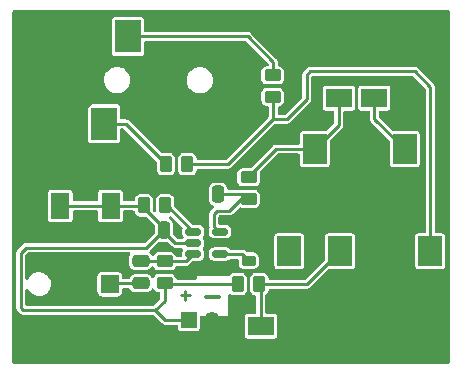
<source format=gbr>
%TF.GenerationSoftware,KiCad,Pcbnew,(6.0.9)*%
%TF.CreationDate,2022-12-23T11:03:20+01:00*%
%TF.ProjectId,FM_Transmitter,464d5f54-7261-46e7-936d-69747465722e,rev?*%
%TF.SameCoordinates,Original*%
%TF.FileFunction,Copper,L1,Top*%
%TF.FilePolarity,Positive*%
%FSLAX46Y46*%
G04 Gerber Fmt 4.6, Leading zero omitted, Abs format (unit mm)*
G04 Created by KiCad (PCBNEW (6.0.9)) date 2022-12-23 11:03:20*
%MOMM*%
%LPD*%
G01*
G04 APERTURE LIST*
G04 Aperture macros list*
%AMRoundRect*
0 Rectangle with rounded corners*
0 $1 Rounding radius*
0 $2 $3 $4 $5 $6 $7 $8 $9 X,Y pos of 4 corners*
0 Add a 4 corners polygon primitive as box body*
4,1,4,$2,$3,$4,$5,$6,$7,$8,$9,$2,$3,0*
0 Add four circle primitives for the rounded corners*
1,1,$1+$1,$2,$3*
1,1,$1+$1,$4,$5*
1,1,$1+$1,$6,$7*
1,1,$1+$1,$8,$9*
0 Add four rect primitives between the rounded corners*
20,1,$1+$1,$2,$3,$4,$5,0*
20,1,$1+$1,$4,$5,$6,$7,0*
20,1,$1+$1,$6,$7,$8,$9,0*
20,1,$1+$1,$8,$9,$2,$3,0*%
G04 Aperture macros list end*
%ADD10C,0.250000*%
%TA.AperFunction,NonConductor*%
%ADD11C,0.250000*%
%TD*%
%ADD12C,0.300000*%
%TA.AperFunction,NonConductor*%
%ADD13C,0.300000*%
%TD*%
%TA.AperFunction,SMDPad,CuDef*%
%ADD14R,2.000000X2.500000*%
%TD*%
%TA.AperFunction,SMDPad,CuDef*%
%ADD15RoundRect,0.250000X0.450000X-0.262500X0.450000X0.262500X-0.450000X0.262500X-0.450000X-0.262500X0*%
%TD*%
%TA.AperFunction,SMDPad,CuDef*%
%ADD16RoundRect,0.150000X0.512500X0.150000X-0.512500X0.150000X-0.512500X-0.150000X0.512500X-0.150000X0*%
%TD*%
%TA.AperFunction,SMDPad,CuDef*%
%ADD17RoundRect,0.218750X0.381250X-0.218750X0.381250X0.218750X-0.381250X0.218750X-0.381250X-0.218750X0*%
%TD*%
%TA.AperFunction,SMDPad,CuDef*%
%ADD18R,1.600000X2.200000*%
%TD*%
%TA.AperFunction,SMDPad,CuDef*%
%ADD19RoundRect,0.250000X-0.262500X-0.450000X0.262500X-0.450000X0.262500X0.450000X-0.262500X0.450000X0*%
%TD*%
%TA.AperFunction,ComponentPad*%
%ADD20C,3.800000*%
%TD*%
%TA.AperFunction,SMDPad,CuDef*%
%ADD21RoundRect,0.250000X-0.450000X0.262500X-0.450000X-0.262500X0.450000X-0.262500X0.450000X0.262500X0*%
%TD*%
%TA.AperFunction,SMDPad,CuDef*%
%ADD22R,2.200000X1.600000*%
%TD*%
%TA.AperFunction,ComponentPad*%
%ADD23RoundRect,0.250000X-0.550000X0.550000X-0.550000X-0.550000X0.550000X-0.550000X0.550000X0.550000X0*%
%TD*%
%TA.AperFunction,SMDPad,CuDef*%
%ADD24RoundRect,0.250000X0.250000X0.475000X-0.250000X0.475000X-0.250000X-0.475000X0.250000X-0.475000X0*%
%TD*%
%TA.AperFunction,SMDPad,CuDef*%
%ADD25RoundRect,0.250000X-0.475000X0.250000X-0.475000X-0.250000X0.475000X-0.250000X0.475000X0.250000X0*%
%TD*%
%TA.AperFunction,ComponentPad*%
%ADD26R,1.350000X1.350000*%
%TD*%
%TA.AperFunction,ComponentPad*%
%ADD27O,1.350000X1.350000*%
%TD*%
%TA.AperFunction,SMDPad,CuDef*%
%ADD28R,2.200000X2.800000*%
%TD*%
%TA.AperFunction,SMDPad,CuDef*%
%ADD29R,2.800000X2.800000*%
%TD*%
%TA.AperFunction,ViaPad*%
%ADD30C,0.400000*%
%TD*%
%TA.AperFunction,Conductor*%
%ADD31C,0.250000*%
%TD*%
G04 APERTURE END LIST*
D10*
D11*
X79595775Y-100010316D02*
X80357680Y-100010316D01*
X79976728Y-100391268D02*
X79976728Y-99629364D01*
D12*
D13*
X81724571Y-100183142D02*
X82867428Y-100183142D01*
D14*
%TO.P,R4,1,1*%
%TO.N,Net-(C2-Pad1)*%
X93082000Y-96273000D03*
%TO.P,R4,2,2*%
%TO.N,Net-(C1-Pad1)*%
X90932000Y-87623000D03*
%TO.P,R4,3,3*%
%TO.N,unconnected-(R4-Pad3)*%
X88782000Y-96273000D03*
%TD*%
D15*
%TO.P,R6,1*%
%TO.N,Net-(C3-Pad1)*%
X85344000Y-91844500D03*
%TO.P,R6,2*%
%TO.N,Net-(C1-Pad1)*%
X85344000Y-90019500D03*
%TD*%
D14*
%TO.P,R3,1,1*%
%TO.N,Net-(R1-Pad2)*%
X100702000Y-96273000D03*
%TO.P,R3,2,2*%
%TO.N,Net-(C1-Pad2)*%
X98552000Y-87623000D03*
%TO.P,R3,3,3*%
%TO.N,GND*%
X96402000Y-96273000D03*
%TD*%
D16*
%TO.P,U1,1,IND*%
%TO.N,Net-(L1-Pad1)*%
X82919918Y-96515407D03*
%TO.P,U1,2,GND*%
%TO.N,GND*%
X82919918Y-95565407D03*
%TO.P,U1,3,TUNE*%
%TO.N,Net-(C3-Pad1)*%
X82919918Y-94615407D03*
%TO.P,U1,4,OUT-*%
%TO.N,Net-(R7-Pad2)*%
X80644918Y-94615407D03*
%TO.P,U1,5,VCC*%
%TO.N,+5V*%
X80644918Y-95565407D03*
%TO.P,U1,6,OUT+*%
%TO.N,Net-(C4-Pad1)*%
X80644918Y-96515407D03*
%TD*%
D17*
%TO.P,L1,1,1*%
%TO.N,Net-(L1-Pad1)*%
X85344000Y-97074500D03*
%TO.P,L1,2,2*%
%TO.N,GND*%
X85344000Y-94949500D03*
%TD*%
D18*
%TO.P,C5,1*%
%TO.N,+5V*%
X73660000Y-92432000D03*
%TO.P,C5,2*%
%TO.N,GND*%
X73660000Y-89432000D03*
%TD*%
D19*
%TO.P,R7,1*%
%TO.N,+5V*%
X76461954Y-92405042D03*
%TO.P,R7,2*%
%TO.N,Net-(R7-Pad2)*%
X78286954Y-92405042D03*
%TD*%
D20*
%TO.P,H4,1,1*%
%TO.N,GND*%
X67424212Y-103714415D03*
%TD*%
D21*
%TO.P,R8,1*%
%TO.N,Net-(C4-Pad1)*%
X78232000Y-97131500D03*
%TO.P,R8,2*%
%TO.N,+5V*%
X78232000Y-98956500D03*
%TD*%
D22*
%TO.P,C1,1*%
%TO.N,Net-(C1-Pad1)*%
X92988000Y-83312000D03*
%TO.P,C1,2*%
%TO.N,Net-(C1-Pad2)*%
X95988000Y-83312000D03*
%TD*%
D19*
%TO.P,R5,1*%
%TO.N,+5V*%
X84431500Y-99060000D03*
%TO.P,R5,2*%
%TO.N,Net-(C2-Pad1)*%
X86256500Y-99060000D03*
%TD*%
%TO.P,R1,1*%
%TO.N,Net-(J1-PadS)*%
X78335500Y-88900000D03*
%TO.P,R1,2*%
%TO.N,Net-(R1-Pad2)*%
X80160500Y-88900000D03*
%TD*%
D20*
%TO.P,H3,1,1*%
%TO.N,GND*%
X100289946Y-77991806D03*
%TD*%
D15*
%TO.P,R2,1*%
%TO.N,Net-(R1-Pad2)*%
X87376000Y-83208500D03*
%TO.P,R2,2*%
%TO.N,Net-(J1-PadR)*%
X87376000Y-81383500D03*
%TD*%
D23*
%TO.P,AE1,1,A*%
%TO.N,Net-(AE1-Pad1)*%
X73587000Y-99060000D03*
%TD*%
D24*
%TO.P,C7,1*%
%TO.N,+5V*%
X78166000Y-94488000D03*
%TO.P,C7,2*%
%TO.N,GND*%
X76266000Y-94488000D03*
%TD*%
D22*
%TO.P,C2,1*%
%TO.N,Net-(C2-Pad1)*%
X86384000Y-102616000D03*
%TO.P,C2,2*%
%TO.N,GND*%
X89384000Y-102616000D03*
%TD*%
D25*
%TO.P,C4,1*%
%TO.N,Net-(C4-Pad1)*%
X76200000Y-97094000D03*
%TO.P,C4,2*%
%TO.N,Net-(AE1-Pad1)*%
X76200000Y-98994000D03*
%TD*%
D18*
%TO.P,C6,1*%
%TO.N,+5V*%
X69385490Y-92432000D03*
%TO.P,C6,2*%
%TO.N,GND*%
X69385490Y-89432000D03*
%TD*%
D24*
%TO.P,C3,1*%
%TO.N,Net-(C3-Pad1)*%
X82738000Y-91440000D03*
%TO.P,C3,2*%
%TO.N,GND*%
X80838000Y-91440000D03*
%TD*%
D26*
%TO.P,J2,1,Pin_1*%
%TO.N,+5V*%
X80264000Y-102108000D03*
D27*
%TO.P,J2,2,Pin_2*%
%TO.N,GND*%
X82264000Y-102108000D03*
%TD*%
D28*
%TO.P,J1,R*%
%TO.N,Net-(J1-PadR)*%
X75108000Y-78088000D03*
%TO.P,J1,S*%
%TO.N,Net-(J1-PadS)*%
X73108000Y-85488000D03*
D29*
%TO.P,J1,T*%
%TO.N,GND*%
X82508000Y-85488000D03*
%TD*%
D30*
%TO.N,GND*%
X80264000Y-92964000D03*
X86868000Y-93472000D03*
X86796518Y-91809100D03*
X98276466Y-84767282D03*
X85852000Y-93472000D03*
X78740000Y-96012000D03*
X86907638Y-90058963D03*
X96850428Y-84767282D03*
X81788000Y-94488000D03*
X98276466Y-81822608D03*
X93850193Y-85693281D03*
X99758063Y-85563641D03*
X83312000Y-98044000D03*
X79248000Y-94488000D03*
X94961391Y-85563641D03*
X86127367Y-87841597D03*
X89916000Y-85344000D03*
X83601824Y-89808943D03*
X88905362Y-85748841D03*
X83820000Y-93472000D03*
X79756000Y-92456000D03*
X87053365Y-86785959D03*
X81788000Y-96520000D03*
X91204801Y-81785568D03*
X99628423Y-83470885D03*
X90932000Y-83312000D03*
X84836000Y-93472000D03*
X91961157Y-85174722D03*
X82042000Y-95565407D03*
%TD*%
D31*
%TO.N,Net-(C1-Pad1)*%
X87637000Y-87623000D02*
X90932000Y-87623000D01*
X92988000Y-85567000D02*
X90932000Y-87623000D01*
X92988000Y-83312000D02*
X92988000Y-85567000D01*
X85344000Y-89916000D02*
X87637000Y-87623000D01*
%TO.N,Net-(C1-Pad2)*%
X95988000Y-83312000D02*
X95988000Y-85059000D01*
X95988000Y-85059000D02*
X98552000Y-87623000D01*
%TO.N,Net-(C4-Pad1)*%
X80028825Y-97131500D02*
X78232000Y-97131500D01*
X78194500Y-97094000D02*
X78232000Y-97131500D01*
X76200000Y-97094000D02*
X78194500Y-97094000D01*
X80644918Y-96515407D02*
X80028825Y-97131500D01*
%TO.N,+5V*%
X79140788Y-95604197D02*
X80606128Y-95604197D01*
X77449459Y-101258184D02*
X78236723Y-100470920D01*
X84431500Y-99060000D02*
X78335500Y-99060000D01*
X78151829Y-94615238D02*
X79140788Y-95604197D01*
X76677641Y-95976358D02*
X66488077Y-95976358D01*
X66064733Y-96399702D02*
X66064733Y-101095549D01*
X78299275Y-102108000D02*
X77449459Y-101258184D01*
X66064733Y-101095549D02*
X66227368Y-101258184D01*
X78335500Y-99060000D02*
X78232000Y-98956500D01*
X78236723Y-100470920D02*
X78236723Y-98961223D01*
X66488077Y-95976358D02*
X66064733Y-96399702D01*
X73660000Y-92432000D02*
X76279500Y-92432000D01*
X78151829Y-94502170D02*
X76677641Y-95976358D01*
X80264000Y-102108000D02*
X78299275Y-102108000D01*
X66227368Y-101258184D02*
X77449459Y-101258184D01*
X80606128Y-95604197D02*
X80644918Y-95565407D01*
X76279500Y-92432000D02*
X76303500Y-92456000D01*
X69596000Y-92432000D02*
X73660000Y-92432000D01*
X78151829Y-94502170D02*
X78151829Y-94615238D01*
X78236723Y-98961223D02*
X78232000Y-98956500D01*
X78151829Y-94304329D02*
X76303500Y-92456000D01*
X78151829Y-94502170D02*
X78151829Y-94304329D01*
%TO.N,Net-(L1-Pad1)*%
X82919918Y-96515407D02*
X84784907Y-96515407D01*
X84784907Y-96515407D02*
X85344000Y-97074500D01*
%TO.N,Net-(AE1-Pad1)*%
X73653000Y-98994000D02*
X73587000Y-99060000D01*
X76200000Y-98994000D02*
X73653000Y-98994000D01*
%TO.N,Net-(R1-Pad2)*%
X90250086Y-81362448D02*
X90572149Y-81040385D01*
X99396662Y-81040385D02*
X100702000Y-82345723D01*
X100702000Y-82345723D02*
X100702000Y-96273000D01*
X80160500Y-88900000D02*
X83609735Y-88900000D01*
X88583727Y-85090007D02*
X90250086Y-83423648D01*
X87419728Y-85090007D02*
X88583727Y-85090007D01*
X90572149Y-81040385D02*
X99396662Y-81040385D01*
X87419728Y-85090007D02*
X87419728Y-85007427D01*
X90250086Y-83423648D02*
X90250086Y-81362448D01*
X83609735Y-88900000D02*
X87419728Y-85090007D01*
X87419728Y-83252228D02*
X87376000Y-83208500D01*
X87419728Y-85007427D02*
X87419728Y-83252228D01*
%TO.N,Net-(J1-PadR)*%
X75108000Y-78088000D02*
X85250242Y-78088000D01*
X87429963Y-81329537D02*
X87376000Y-81383500D01*
X85250242Y-78088000D02*
X87429963Y-80267721D01*
X87429963Y-80267721D02*
X87429963Y-81329537D01*
%TO.N,Net-(R7-Pad2)*%
X78485511Y-92456000D02*
X80644918Y-94615407D01*
X78128500Y-92456000D02*
X78485511Y-92456000D01*
%TO.N,Net-(J1-PadS)*%
X73108000Y-85488000D02*
X74923500Y-85488000D01*
X74923500Y-85488000D02*
X78335500Y-88900000D01*
%TO.N,GND*%
X91073421Y-103974620D02*
X91073421Y-103113998D01*
X82919918Y-95565407D02*
X82042000Y-95565407D01*
X67842691Y-94716020D02*
X76037979Y-94716020D01*
X94255431Y-94126431D02*
X88028569Y-94126431D01*
X67996947Y-87803985D02*
X66384249Y-89416683D01*
X91073421Y-103113998D02*
X90575423Y-102616000D01*
X75315820Y-89407141D02*
X76453774Y-90545095D01*
X76037979Y-94716020D02*
X76251829Y-94502170D01*
X71842612Y-87803985D02*
X67996947Y-87803985D01*
X80301715Y-83281715D02*
X72348990Y-83281715D01*
X75290961Y-89432000D02*
X75315820Y-89407141D01*
X82919918Y-95565407D02*
X83716212Y-95565407D01*
X66384249Y-89416683D02*
X66384249Y-93257578D01*
X66384249Y-93257578D02*
X67842691Y-94716020D01*
X90059000Y-102616000D02*
X89384000Y-102616000D01*
X82919918Y-95565407D02*
X84728093Y-95565407D01*
X73660000Y-89432000D02*
X75290961Y-89432000D01*
X90575423Y-102616000D02*
X89384000Y-102616000D01*
X69596000Y-89432000D02*
X73660000Y-89432000D01*
X86749278Y-96354778D02*
X85344000Y-94949500D01*
X72348990Y-83281715D02*
X68913656Y-86717049D01*
X68913656Y-86717049D02*
X68913656Y-87640295D01*
X87282774Y-94872226D02*
X87282774Y-96183389D01*
X96402000Y-96273000D02*
X90059000Y-102616000D01*
X90143018Y-104905023D02*
X91073421Y-103974620D01*
X82264000Y-102108000D02*
X85061023Y-104905023D01*
X96402000Y-96273000D02*
X94255431Y-94126431D01*
X85061023Y-104905023D02*
X90143018Y-104905023D01*
X73470627Y-89432000D02*
X71842612Y-87803985D01*
X88028569Y-94126431D02*
X87282774Y-94872226D01*
X79943095Y-90545095D02*
X80838000Y-91440000D01*
X76453774Y-90545095D02*
X79943095Y-90545095D01*
X87282774Y-96183389D02*
X87111385Y-96354778D01*
X84728093Y-95565407D02*
X85344000Y-94949500D01*
X82508000Y-85488000D02*
X80301715Y-83281715D01*
X87111385Y-96354778D02*
X86749278Y-96354778D01*
X73660000Y-89432000D02*
X73470627Y-89432000D01*
%TO.N,Net-(C2-Pad1)*%
X86256500Y-99060000D02*
X90295000Y-99060000D01*
X90295000Y-99060000D02*
X93082000Y-96273000D01*
X86384000Y-99187500D02*
X86384000Y-102616000D01*
X86256500Y-99060000D02*
X86384000Y-99187500D01*
%TO.N,Net-(C3-Pad1)*%
X84939500Y-91440000D02*
X85344000Y-91844500D01*
X84705037Y-91844500D02*
X83703237Y-92846300D01*
X82405000Y-94194561D02*
X82825846Y-94615407D01*
X83703237Y-92846300D02*
X82644945Y-92846300D01*
X85344000Y-91844500D02*
X84705037Y-91844500D01*
X82738000Y-91440000D02*
X84939500Y-91440000D01*
X82405000Y-93086245D02*
X82405000Y-94194561D01*
X82644945Y-92846300D02*
X82405000Y-93086245D01*
%TD*%
%TA.AperFunction,Conductor*%
%TO.N,GND*%
G36*
X102303621Y-75896077D02*
G01*
X102350114Y-75949733D01*
X102361500Y-76002075D01*
X102361500Y-105667042D01*
X102341498Y-105735163D01*
X102287842Y-105781656D01*
X102235500Y-105793042D01*
X65471586Y-105793042D01*
X65403465Y-105773040D01*
X65356972Y-105719384D01*
X65345586Y-105667042D01*
X65345586Y-101077425D01*
X65680413Y-101077425D01*
X65681637Y-101087766D01*
X65684360Y-101110772D01*
X65684710Y-101116703D01*
X65684805Y-101116695D01*
X65685233Y-101121873D01*
X65685233Y-101127073D01*
X65686087Y-101132202D01*
X65686087Y-101132205D01*
X65688402Y-101146114D01*
X65689239Y-101151992D01*
X65691263Y-101169089D01*
X65695263Y-101202890D01*
X65699226Y-101211142D01*
X65700729Y-101220175D01*
X65705676Y-101229344D01*
X65705677Y-101229346D01*
X65725067Y-101265281D01*
X65727764Y-101270574D01*
X65746518Y-101309631D01*
X65746521Y-101309635D01*
X65749952Y-101316781D01*
X65753547Y-101321057D01*
X65755470Y-101322980D01*
X65757242Y-101324912D01*
X65757285Y-101324991D01*
X65757161Y-101325104D01*
X65757637Y-101325644D01*
X65760723Y-101331363D01*
X65768368Y-101338430D01*
X65800319Y-101367965D01*
X65803885Y-101371395D01*
X65920890Y-101488400D01*
X65936032Y-101507148D01*
X65937147Y-101508373D01*
X65942797Y-101517124D01*
X65950975Y-101523571D01*
X65950977Y-101523573D01*
X65969168Y-101537913D01*
X65973609Y-101541859D01*
X65973671Y-101541786D01*
X65977635Y-101545145D01*
X65981312Y-101548822D01*
X65997060Y-101560076D01*
X66001730Y-101563582D01*
X66042015Y-101595340D01*
X66050649Y-101598372D01*
X66058102Y-101603698D01*
X66107218Y-101618387D01*
X66112860Y-101620220D01*
X66128246Y-101625623D01*
X66161219Y-101637202D01*
X66166784Y-101637684D01*
X66169492Y-101637684D01*
X66172126Y-101637798D01*
X66172224Y-101637827D01*
X66172217Y-101637991D01*
X66172921Y-101638035D01*
X66179146Y-101639897D01*
X66233003Y-101637781D01*
X66237950Y-101637684D01*
X77240075Y-101637684D01*
X77308196Y-101657686D01*
X77329170Y-101674589D01*
X77992797Y-102338216D01*
X78007939Y-102356964D01*
X78009054Y-102358189D01*
X78014704Y-102366940D01*
X78022882Y-102373387D01*
X78022884Y-102373389D01*
X78041075Y-102387729D01*
X78045519Y-102391678D01*
X78045581Y-102391604D01*
X78049538Y-102394957D01*
X78053219Y-102398638D01*
X78068929Y-102409865D01*
X78073655Y-102413413D01*
X78113922Y-102445156D01*
X78122559Y-102448189D01*
X78130009Y-102453513D01*
X78139985Y-102456497D01*
X78139986Y-102456497D01*
X78155321Y-102461083D01*
X78179124Y-102468202D01*
X78184761Y-102470034D01*
X78225642Y-102484390D01*
X78233126Y-102487018D01*
X78238691Y-102487500D01*
X78241399Y-102487500D01*
X78244033Y-102487614D01*
X78244131Y-102487643D01*
X78244124Y-102487807D01*
X78244828Y-102487851D01*
X78251053Y-102489713D01*
X78304910Y-102487597D01*
X78309857Y-102487500D01*
X79208501Y-102487500D01*
X79276622Y-102507502D01*
X79323115Y-102561158D01*
X79334501Y-102613500D01*
X79334501Y-102808066D01*
X79349266Y-102882301D01*
X79405516Y-102966484D01*
X79489699Y-103022734D01*
X79563933Y-103037500D01*
X80263886Y-103037500D01*
X80964066Y-103037499D01*
X80999818Y-103030388D01*
X81026126Y-103025156D01*
X81026128Y-103025155D01*
X81038301Y-103022734D01*
X81048621Y-103015839D01*
X81048622Y-103015838D01*
X81112168Y-102973377D01*
X81122484Y-102966484D01*
X81178734Y-102882301D01*
X81193500Y-102808067D01*
X81193499Y-101889000D01*
X81213501Y-101820879D01*
X81248061Y-101790933D01*
X85029500Y-101790933D01*
X85029501Y-103441066D01*
X85044266Y-103515301D01*
X85100516Y-103599484D01*
X85184699Y-103655734D01*
X85258933Y-103670500D01*
X86383818Y-103670500D01*
X87509066Y-103670499D01*
X87544818Y-103663388D01*
X87571126Y-103658156D01*
X87571128Y-103658155D01*
X87583301Y-103655734D01*
X87593621Y-103648839D01*
X87593622Y-103648838D01*
X87657168Y-103606377D01*
X87667484Y-103599484D01*
X87723734Y-103515301D01*
X87738500Y-103441067D01*
X87738499Y-101790934D01*
X87731388Y-101755182D01*
X87726156Y-101728874D01*
X87726155Y-101728872D01*
X87723734Y-101716699D01*
X87667484Y-101632516D01*
X87583301Y-101576266D01*
X87509067Y-101561500D01*
X86889500Y-101561500D01*
X86821379Y-101541498D01*
X86774886Y-101487842D01*
X86763500Y-101435500D01*
X86763500Y-100020296D01*
X86783502Y-99952175D01*
X86813935Y-99919470D01*
X86879404Y-99870404D01*
X86895194Y-99849336D01*
X86960689Y-99761946D01*
X86960691Y-99761943D01*
X86966071Y-99754764D01*
X87016798Y-99619448D01*
X87023500Y-99557756D01*
X87023588Y-99557766D01*
X87046927Y-99491739D01*
X87103022Y-99448220D01*
X87149081Y-99439500D01*
X90241080Y-99439500D01*
X90265028Y-99442049D01*
X90266693Y-99442128D01*
X90276876Y-99444320D01*
X90287217Y-99443096D01*
X90310223Y-99440373D01*
X90316154Y-99440023D01*
X90316146Y-99439928D01*
X90321324Y-99439500D01*
X90326524Y-99439500D01*
X90331653Y-99438646D01*
X90331656Y-99438646D01*
X90345565Y-99436331D01*
X90351443Y-99435494D01*
X90392001Y-99430694D01*
X90392002Y-99430694D01*
X90402341Y-99429470D01*
X90410593Y-99425507D01*
X90419626Y-99424004D01*
X90428795Y-99419057D01*
X90428797Y-99419056D01*
X90464732Y-99399666D01*
X90470025Y-99396969D01*
X90509082Y-99378215D01*
X90509086Y-99378212D01*
X90516232Y-99374781D01*
X90520508Y-99371186D01*
X90522431Y-99369263D01*
X90524363Y-99367491D01*
X90524442Y-99367448D01*
X90524555Y-99367572D01*
X90525095Y-99367096D01*
X90530814Y-99364010D01*
X90567417Y-99324413D01*
X90570846Y-99320848D01*
X92077289Y-97814405D01*
X92139601Y-97780379D01*
X92166384Y-97777500D01*
X93895793Y-97777499D01*
X94107066Y-97777499D01*
X94142818Y-97770388D01*
X94169126Y-97765156D01*
X94169128Y-97765155D01*
X94181301Y-97762734D01*
X94191621Y-97755839D01*
X94191622Y-97755838D01*
X94255168Y-97713377D01*
X94265484Y-97706484D01*
X94321734Y-97622301D01*
X94336500Y-97548067D01*
X94336499Y-94997934D01*
X94321734Y-94923699D01*
X94265484Y-94839516D01*
X94181301Y-94783266D01*
X94107067Y-94768500D01*
X93082166Y-94768500D01*
X92056934Y-94768501D01*
X92021182Y-94775612D01*
X91994874Y-94780844D01*
X91994872Y-94780845D01*
X91982699Y-94783266D01*
X91972379Y-94790161D01*
X91972378Y-94790162D01*
X91911985Y-94830516D01*
X91898516Y-94839516D01*
X91842266Y-94923699D01*
X91827500Y-94997933D01*
X91827501Y-95985910D01*
X91827501Y-96938615D01*
X91807499Y-97006736D01*
X91790596Y-97027710D01*
X90174711Y-98643595D01*
X90112399Y-98677621D01*
X90085616Y-98680500D01*
X87149081Y-98680500D01*
X87080960Y-98660498D01*
X87034467Y-98606842D01*
X87023500Y-98562274D01*
X87023500Y-98562244D01*
X87016798Y-98500552D01*
X87013613Y-98492054D01*
X86975645Y-98390776D01*
X86966071Y-98365236D01*
X86960691Y-98358057D01*
X86960689Y-98358054D01*
X86884785Y-98256776D01*
X86879404Y-98249596D01*
X86811859Y-98198974D01*
X86770946Y-98168311D01*
X86770943Y-98168309D01*
X86763764Y-98162929D01*
X86674046Y-98129296D01*
X86635843Y-98114974D01*
X86635841Y-98114974D01*
X86628448Y-98112202D01*
X86620598Y-98111349D01*
X86620597Y-98111349D01*
X86570153Y-98105869D01*
X86570152Y-98105869D01*
X86566756Y-98105500D01*
X85946244Y-98105500D01*
X85942848Y-98105869D01*
X85942847Y-98105869D01*
X85892403Y-98111349D01*
X85892402Y-98111349D01*
X85884552Y-98112202D01*
X85877159Y-98114974D01*
X85877157Y-98114974D01*
X85838954Y-98129296D01*
X85749236Y-98162929D01*
X85742057Y-98168309D01*
X85742054Y-98168311D01*
X85701141Y-98198974D01*
X85633596Y-98249596D01*
X85628215Y-98256776D01*
X85552311Y-98358054D01*
X85552309Y-98358057D01*
X85546929Y-98365236D01*
X85537355Y-98390776D01*
X85499388Y-98492054D01*
X85496202Y-98500552D01*
X85489500Y-98562244D01*
X85489500Y-99557756D01*
X85496202Y-99619448D01*
X85546929Y-99754764D01*
X85552309Y-99761943D01*
X85552311Y-99761946D01*
X85617806Y-99849336D01*
X85633596Y-99870404D01*
X85640776Y-99875785D01*
X85742054Y-99951689D01*
X85742057Y-99951691D01*
X85749236Y-99957071D01*
X85823564Y-99984935D01*
X85877157Y-100005026D01*
X85877159Y-100005026D01*
X85884552Y-100007798D01*
X85892402Y-100008651D01*
X85900091Y-100010479D01*
X85899776Y-100011805D01*
X85957672Y-100035863D01*
X85998097Y-100094226D01*
X86004500Y-100133882D01*
X86004500Y-101435501D01*
X85984498Y-101503622D01*
X85930842Y-101550115D01*
X85878500Y-101561501D01*
X85258934Y-101561501D01*
X85223182Y-101568612D01*
X85196874Y-101573844D01*
X85196872Y-101573845D01*
X85184699Y-101576266D01*
X85174379Y-101583161D01*
X85174378Y-101583162D01*
X85139177Y-101606683D01*
X85100516Y-101632516D01*
X85044266Y-101716699D01*
X85029500Y-101790933D01*
X81248061Y-101790933D01*
X81267157Y-101774386D01*
X81319499Y-101763000D01*
X83629072Y-101763000D01*
X83629072Y-99987749D01*
X83649074Y-99919628D01*
X83702730Y-99873135D01*
X83773004Y-99863031D01*
X83830638Y-99886923D01*
X83924236Y-99957071D01*
X83998564Y-99984935D01*
X84052157Y-100005026D01*
X84052159Y-100005026D01*
X84059552Y-100007798D01*
X84067402Y-100008651D01*
X84067403Y-100008651D01*
X84096436Y-100011805D01*
X84121244Y-100014500D01*
X84741756Y-100014500D01*
X84766564Y-100011805D01*
X84795597Y-100008651D01*
X84795598Y-100008651D01*
X84803448Y-100007798D01*
X84810841Y-100005026D01*
X84810843Y-100005026D01*
X84864436Y-99984935D01*
X84938764Y-99957071D01*
X84945943Y-99951691D01*
X84945946Y-99951689D01*
X85047224Y-99875785D01*
X85054404Y-99870404D01*
X85070194Y-99849336D01*
X85135689Y-99761946D01*
X85135691Y-99761943D01*
X85141071Y-99754764D01*
X85191798Y-99619448D01*
X85198500Y-99557756D01*
X85198500Y-98562244D01*
X85191798Y-98500552D01*
X85188613Y-98492054D01*
X85150645Y-98390776D01*
X85141071Y-98365236D01*
X85135691Y-98358057D01*
X85135689Y-98358054D01*
X85059785Y-98256776D01*
X85054404Y-98249596D01*
X84986859Y-98198974D01*
X84945946Y-98168311D01*
X84945943Y-98168309D01*
X84938764Y-98162929D01*
X84849046Y-98129296D01*
X84810843Y-98114974D01*
X84810841Y-98114974D01*
X84803448Y-98112202D01*
X84795598Y-98111349D01*
X84795597Y-98111349D01*
X84745153Y-98105869D01*
X84745152Y-98105869D01*
X84741756Y-98105500D01*
X84121244Y-98105500D01*
X84117848Y-98105869D01*
X84117847Y-98105869D01*
X84067403Y-98111349D01*
X84067402Y-98111349D01*
X84059552Y-98112202D01*
X84052159Y-98114974D01*
X84052157Y-98114974D01*
X84013954Y-98129296D01*
X83924236Y-98162929D01*
X83917057Y-98168309D01*
X83917054Y-98168311D01*
X83876141Y-98198974D01*
X83808596Y-98249596D01*
X83749675Y-98328215D01*
X83740233Y-98340813D01*
X83683374Y-98383328D01*
X83629072Y-98387197D01*
X83629072Y-98389000D01*
X80962929Y-98389000D01*
X80962929Y-98554500D01*
X80942927Y-98622621D01*
X80889271Y-98669114D01*
X80836929Y-98680500D01*
X79301151Y-98680500D01*
X79233030Y-98660498D01*
X79186537Y-98606842D01*
X79180223Y-98588462D01*
X79179798Y-98584552D01*
X79129071Y-98449236D01*
X79123691Y-98442057D01*
X79123689Y-98442054D01*
X79047785Y-98340776D01*
X79042404Y-98333596D01*
X79021977Y-98318287D01*
X78933946Y-98252311D01*
X78933943Y-98252309D01*
X78926764Y-98246929D01*
X78837046Y-98213296D01*
X78798843Y-98198974D01*
X78798841Y-98198974D01*
X78791448Y-98196202D01*
X78783598Y-98195349D01*
X78783597Y-98195349D01*
X78733153Y-98189869D01*
X78733152Y-98189869D01*
X78729756Y-98189500D01*
X77734244Y-98189500D01*
X77730848Y-98189869D01*
X77730847Y-98189869D01*
X77680403Y-98195349D01*
X77680402Y-98195349D01*
X77672552Y-98196202D01*
X77665159Y-98198974D01*
X77665157Y-98198974D01*
X77626954Y-98213296D01*
X77537236Y-98246929D01*
X77530057Y-98252309D01*
X77530054Y-98252311D01*
X77442023Y-98318287D01*
X77421596Y-98333596D01*
X77416215Y-98340776D01*
X77340311Y-98442054D01*
X77340309Y-98442057D01*
X77334929Y-98449236D01*
X77331779Y-98457638D01*
X77327467Y-98465515D01*
X77325996Y-98464710D01*
X77289608Y-98513150D01*
X77223047Y-98537850D01*
X77153698Y-98522643D01*
X77113441Y-98487721D01*
X77042808Y-98393475D01*
X77035404Y-98383596D01*
X76961509Y-98328215D01*
X76926946Y-98302311D01*
X76926943Y-98302309D01*
X76919764Y-98296929D01*
X76793502Y-98249596D01*
X76791843Y-98248974D01*
X76791841Y-98248974D01*
X76784448Y-98246202D01*
X76776598Y-98245349D01*
X76776597Y-98245349D01*
X76726153Y-98239869D01*
X76726152Y-98239869D01*
X76722756Y-98239500D01*
X75677244Y-98239500D01*
X75673848Y-98239869D01*
X75673847Y-98239869D01*
X75623403Y-98245349D01*
X75623402Y-98245349D01*
X75615552Y-98246202D01*
X75608159Y-98248974D01*
X75608157Y-98248974D01*
X75606498Y-98249596D01*
X75480236Y-98296929D01*
X75473057Y-98302309D01*
X75473054Y-98302311D01*
X75438491Y-98328215D01*
X75364596Y-98383596D01*
X75357192Y-98393475D01*
X75283311Y-98492054D01*
X75283309Y-98492057D01*
X75277929Y-98499236D01*
X75268289Y-98524951D01*
X75265373Y-98532730D01*
X75222731Y-98589494D01*
X75156170Y-98614194D01*
X75147391Y-98614500D01*
X74767500Y-98614500D01*
X74699379Y-98594498D01*
X74652886Y-98540842D01*
X74641500Y-98488500D01*
X74641500Y-98462244D01*
X74640087Y-98449236D01*
X74635651Y-98408403D01*
X74635651Y-98408402D01*
X74634798Y-98400552D01*
X74630468Y-98389000D01*
X74607680Y-98328215D01*
X74584071Y-98265236D01*
X74578691Y-98258057D01*
X74578689Y-98258054D01*
X74502785Y-98156776D01*
X74497404Y-98149596D01*
X74438567Y-98105500D01*
X74388946Y-98068311D01*
X74388943Y-98068309D01*
X74381764Y-98062929D01*
X74292046Y-98029296D01*
X74253843Y-98014974D01*
X74253841Y-98014974D01*
X74246448Y-98012202D01*
X74238598Y-98011349D01*
X74238597Y-98011349D01*
X74188153Y-98005869D01*
X74188152Y-98005869D01*
X74184756Y-98005500D01*
X72989244Y-98005500D01*
X72985848Y-98005869D01*
X72985847Y-98005869D01*
X72935403Y-98011349D01*
X72935402Y-98011349D01*
X72927552Y-98012202D01*
X72920159Y-98014974D01*
X72920157Y-98014974D01*
X72881954Y-98029296D01*
X72792236Y-98062929D01*
X72785057Y-98068309D01*
X72785054Y-98068311D01*
X72735433Y-98105500D01*
X72676596Y-98149596D01*
X72671215Y-98156776D01*
X72595311Y-98258054D01*
X72595309Y-98258057D01*
X72589929Y-98265236D01*
X72566320Y-98328215D01*
X72543533Y-98389000D01*
X72539202Y-98400552D01*
X72538349Y-98408402D01*
X72538349Y-98408403D01*
X72533913Y-98449236D01*
X72532500Y-98462244D01*
X72532500Y-99657756D01*
X72532869Y-99661152D01*
X72532869Y-99661153D01*
X72535535Y-99685689D01*
X72539202Y-99719448D01*
X72541974Y-99726841D01*
X72541974Y-99726843D01*
X72547900Y-99742651D01*
X72589929Y-99854764D01*
X72595309Y-99861943D01*
X72595311Y-99861946D01*
X72652092Y-99937708D01*
X72676596Y-99970404D01*
X72683776Y-99975785D01*
X72785054Y-100051689D01*
X72785057Y-100051691D01*
X72792236Y-100057071D01*
X72881954Y-100090704D01*
X72920157Y-100105026D01*
X72920159Y-100105026D01*
X72927552Y-100107798D01*
X72935402Y-100108651D01*
X72935403Y-100108651D01*
X72985847Y-100114131D01*
X72989244Y-100114500D01*
X74184756Y-100114500D01*
X74188153Y-100114131D01*
X74238597Y-100108651D01*
X74238598Y-100108651D01*
X74246448Y-100107798D01*
X74253841Y-100105026D01*
X74253843Y-100105026D01*
X74292046Y-100090704D01*
X74381764Y-100057071D01*
X74388943Y-100051691D01*
X74388946Y-100051689D01*
X74490224Y-99975785D01*
X74497404Y-99970404D01*
X74521908Y-99937708D01*
X74578689Y-99861946D01*
X74578691Y-99861943D01*
X74584071Y-99854764D01*
X74626100Y-99742651D01*
X74632026Y-99726843D01*
X74632026Y-99726841D01*
X74634798Y-99719448D01*
X74638466Y-99685689D01*
X74641131Y-99661153D01*
X74641131Y-99661152D01*
X74641500Y-99657756D01*
X74641500Y-99499500D01*
X74661502Y-99431379D01*
X74715158Y-99384886D01*
X74767500Y-99373500D01*
X75147391Y-99373500D01*
X75215512Y-99393502D01*
X75262005Y-99447158D01*
X75265371Y-99455265D01*
X75277929Y-99488764D01*
X75283309Y-99495943D01*
X75283311Y-99495946D01*
X75345860Y-99579404D01*
X75364596Y-99604404D01*
X75371776Y-99609785D01*
X75473054Y-99685689D01*
X75473057Y-99685691D01*
X75480236Y-99691071D01*
X75566795Y-99723520D01*
X75608157Y-99739026D01*
X75608159Y-99739026D01*
X75615552Y-99741798D01*
X75623402Y-99742651D01*
X75623403Y-99742651D01*
X75657545Y-99746360D01*
X75677244Y-99748500D01*
X76722756Y-99748500D01*
X76742455Y-99746360D01*
X76776597Y-99742651D01*
X76776598Y-99742651D01*
X76784448Y-99741798D01*
X76791841Y-99739026D01*
X76791843Y-99739026D01*
X76833205Y-99723520D01*
X76919764Y-99691071D01*
X76926943Y-99685691D01*
X76926946Y-99685689D01*
X77028224Y-99609785D01*
X77035404Y-99604404D01*
X77122071Y-99488764D01*
X77125120Y-99480630D01*
X77175275Y-99430587D01*
X77244666Y-99415573D01*
X77311159Y-99440458D01*
X77336362Y-99465676D01*
X77421596Y-99579404D01*
X77428776Y-99584785D01*
X77530054Y-99660689D01*
X77530057Y-99660691D01*
X77537236Y-99666071D01*
X77612327Y-99694221D01*
X77665157Y-99714026D01*
X77665159Y-99714026D01*
X77672552Y-99716798D01*
X77680402Y-99717651D01*
X77680403Y-99717651D01*
X77696945Y-99719448D01*
X77734244Y-99723500D01*
X77737664Y-99723500D01*
X77738033Y-99723520D01*
X77804973Y-99747174D01*
X77848498Y-99803264D01*
X77857223Y-99849336D01*
X77857223Y-100261536D01*
X77837221Y-100329657D01*
X77820318Y-100350631D01*
X77329170Y-100841779D01*
X77266858Y-100875805D01*
X77240075Y-100878684D01*
X66570233Y-100878684D01*
X66502112Y-100858682D01*
X66455619Y-100805026D01*
X66444233Y-100752684D01*
X66444233Y-99564527D01*
X66464235Y-99496406D01*
X66517891Y-99449913D01*
X66588165Y-99439809D01*
X66652745Y-99469303D01*
X66678722Y-99503101D01*
X66679506Y-99502615D01*
X66787041Y-99676051D01*
X66927254Y-99824323D01*
X66932484Y-99827985D01*
X66932485Y-99827986D01*
X67063364Y-99919628D01*
X67094418Y-99941372D01*
X67281703Y-100022418D01*
X67481460Y-100064149D01*
X67486300Y-100064403D01*
X67486303Y-100064403D01*
X67486359Y-100064406D01*
X67488158Y-100064500D01*
X67637997Y-100064500D01*
X67711136Y-100057071D01*
X67783676Y-100049703D01*
X67783678Y-100049703D01*
X67790024Y-100049058D01*
X67984755Y-99988033D01*
X68016559Y-99970404D01*
X68157658Y-99892191D01*
X68163238Y-99889098D01*
X68318182Y-99756295D01*
X68443257Y-99595049D01*
X68490273Y-99499500D01*
X68530540Y-99417668D01*
X68530542Y-99417663D01*
X68533355Y-99411946D01*
X68536922Y-99398254D01*
X68583183Y-99220651D01*
X68584794Y-99214467D01*
X68595475Y-99010677D01*
X68564959Y-98808903D01*
X68494494Y-98617385D01*
X68386959Y-98443949D01*
X68246746Y-98295677D01*
X68191190Y-98256776D01*
X68084815Y-98182292D01*
X68084814Y-98182291D01*
X68079582Y-98178628D01*
X67892297Y-98097582D01*
X67692540Y-98055851D01*
X67687700Y-98055597D01*
X67687697Y-98055597D01*
X67687641Y-98055594D01*
X67685842Y-98055500D01*
X67536003Y-98055500D01*
X67493876Y-98059779D01*
X67390324Y-98070297D01*
X67390322Y-98070297D01*
X67383976Y-98070942D01*
X67189245Y-98131967D01*
X67183656Y-98135065D01*
X67144488Y-98156776D01*
X67010762Y-98230902D01*
X66855818Y-98363705D01*
X66730743Y-98524951D01*
X66727930Y-98530668D01*
X66727923Y-98530679D01*
X66683287Y-98621392D01*
X66635265Y-98673683D01*
X66566595Y-98691709D01*
X66499080Y-98669749D01*
X66454156Y-98614773D01*
X66444233Y-98565762D01*
X66444233Y-96609086D01*
X66464235Y-96540965D01*
X66481138Y-96519991D01*
X66608366Y-96392763D01*
X66670678Y-96358737D01*
X66697461Y-96355858D01*
X75208440Y-96355858D01*
X75276561Y-96375860D01*
X75323054Y-96429516D01*
X75333158Y-96499790D01*
X75309266Y-96557423D01*
X75283311Y-96592054D01*
X75283309Y-96592057D01*
X75277929Y-96599236D01*
X75227202Y-96734552D01*
X75226349Y-96742402D01*
X75226349Y-96742403D01*
X75225189Y-96753081D01*
X75220500Y-96796244D01*
X75220500Y-97391756D01*
X75227202Y-97453448D01*
X75277929Y-97588764D01*
X75283309Y-97595943D01*
X75283311Y-97595946D01*
X75320784Y-97645946D01*
X75364596Y-97704404D01*
X75371776Y-97709785D01*
X75473054Y-97785689D01*
X75473057Y-97785691D01*
X75480236Y-97791071D01*
X75569954Y-97824704D01*
X75608157Y-97839026D01*
X75608159Y-97839026D01*
X75615552Y-97841798D01*
X75623402Y-97842651D01*
X75623403Y-97842651D01*
X75673847Y-97848131D01*
X75677244Y-97848500D01*
X76722756Y-97848500D01*
X76726153Y-97848131D01*
X76776597Y-97842651D01*
X76776598Y-97842651D01*
X76784448Y-97841798D01*
X76791841Y-97839026D01*
X76791843Y-97839026D01*
X76830046Y-97824704D01*
X76919764Y-97791071D01*
X76926943Y-97785691D01*
X76926946Y-97785689D01*
X77028224Y-97709785D01*
X77035404Y-97704404D01*
X77113441Y-97600279D01*
X77170300Y-97557764D01*
X77241118Y-97552738D01*
X77303412Y-97586798D01*
X77326659Y-97622927D01*
X77327467Y-97622485D01*
X77331779Y-97630362D01*
X77334929Y-97638764D01*
X77340309Y-97645943D01*
X77340311Y-97645946D01*
X77378742Y-97697224D01*
X77421596Y-97754404D01*
X77430488Y-97761068D01*
X77530054Y-97835689D01*
X77530057Y-97835691D01*
X77537236Y-97841071D01*
X77626954Y-97874704D01*
X77665157Y-97889026D01*
X77665159Y-97889026D01*
X77672552Y-97891798D01*
X77680402Y-97892651D01*
X77680403Y-97892651D01*
X77730847Y-97898131D01*
X77734244Y-97898500D01*
X78729756Y-97898500D01*
X78733153Y-97898131D01*
X78783597Y-97892651D01*
X78783598Y-97892651D01*
X78791448Y-97891798D01*
X78798841Y-97889026D01*
X78798843Y-97889026D01*
X78837046Y-97874704D01*
X78926764Y-97841071D01*
X78933943Y-97835691D01*
X78933946Y-97835689D01*
X79033512Y-97761068D01*
X79042404Y-97754404D01*
X79085258Y-97697224D01*
X79123689Y-97645946D01*
X79123691Y-97645943D01*
X79129071Y-97638764D01*
X79146313Y-97592771D01*
X79188954Y-97536006D01*
X79255516Y-97511306D01*
X79264295Y-97511000D01*
X79974905Y-97511000D01*
X79998853Y-97513549D01*
X80000518Y-97513628D01*
X80010701Y-97515820D01*
X80021042Y-97514596D01*
X80044048Y-97511873D01*
X80049979Y-97511523D01*
X80049971Y-97511428D01*
X80055149Y-97511000D01*
X80060349Y-97511000D01*
X80065478Y-97510146D01*
X80065481Y-97510146D01*
X80079390Y-97507831D01*
X80085268Y-97506994D01*
X80125826Y-97502194D01*
X80125827Y-97502194D01*
X80136166Y-97500970D01*
X80144418Y-97497007D01*
X80153451Y-97495504D01*
X80162620Y-97490557D01*
X80162622Y-97490556D01*
X80198557Y-97471166D01*
X80203850Y-97468469D01*
X80242907Y-97449715D01*
X80242911Y-97449712D01*
X80250057Y-97446281D01*
X80254333Y-97442686D01*
X80256256Y-97440763D01*
X80258188Y-97438991D01*
X80258267Y-97438948D01*
X80258380Y-97439072D01*
X80258920Y-97438596D01*
X80264639Y-97435510D01*
X80301242Y-97395913D01*
X80304671Y-97392348D01*
X80590207Y-97106812D01*
X80652519Y-97072786D01*
X80679302Y-97069907D01*
X81189252Y-97069907D01*
X81283973Y-97054905D01*
X81398141Y-96996733D01*
X81488744Y-96906130D01*
X81546916Y-96791962D01*
X81561918Y-96697241D01*
X82002918Y-96697241D01*
X82017920Y-96791962D01*
X82076092Y-96906130D01*
X82166695Y-96996733D01*
X82280863Y-97054905D01*
X82375584Y-97069907D01*
X83464252Y-97069907D01*
X83558973Y-97054905D01*
X83673141Y-96996733D01*
X83738062Y-96931812D01*
X83800374Y-96897786D01*
X83827157Y-96894907D01*
X84363500Y-96894907D01*
X84431621Y-96914909D01*
X84478114Y-96968565D01*
X84489500Y-97020907D01*
X84489501Y-97338052D01*
X84495786Y-97395919D01*
X84498559Y-97403315D01*
X84539256Y-97511873D01*
X84543372Y-97522853D01*
X84624670Y-97631330D01*
X84733147Y-97712628D01*
X84741548Y-97715778D01*
X84741551Y-97715779D01*
X84817475Y-97744242D01*
X84860081Y-97760214D01*
X84867934Y-97761067D01*
X84867938Y-97761068D01*
X84914548Y-97766131D01*
X84914552Y-97766131D01*
X84917947Y-97766500D01*
X85343937Y-97766500D01*
X85770052Y-97766499D01*
X85827919Y-97760214D01*
X85882755Y-97739657D01*
X85946449Y-97715779D01*
X85946452Y-97715778D01*
X85954853Y-97712628D01*
X86063330Y-97631330D01*
X86144628Y-97522853D01*
X86148745Y-97511873D01*
X86189440Y-97403318D01*
X86189441Y-97403315D01*
X86192214Y-97395919D01*
X86193067Y-97388066D01*
X86193068Y-97388062D01*
X86198131Y-97341452D01*
X86198131Y-97341448D01*
X86198500Y-97338053D01*
X86198499Y-96810948D01*
X86192214Y-96753081D01*
X86159133Y-96664838D01*
X86147779Y-96634551D01*
X86147778Y-96634548D01*
X86144628Y-96626147D01*
X86063330Y-96517670D01*
X85954853Y-96436372D01*
X85946452Y-96433222D01*
X85946449Y-96433221D01*
X85849640Y-96396929D01*
X85827919Y-96388786D01*
X85820066Y-96387933D01*
X85820062Y-96387932D01*
X85773452Y-96382869D01*
X85773448Y-96382869D01*
X85770053Y-96382500D01*
X85734319Y-96382500D01*
X85240885Y-96382501D01*
X85172764Y-96362499D01*
X85151790Y-96345596D01*
X85091385Y-96285191D01*
X85076243Y-96266443D01*
X85075128Y-96265218D01*
X85069478Y-96256467D01*
X85061300Y-96250020D01*
X85061298Y-96250018D01*
X85043107Y-96235678D01*
X85038666Y-96231732D01*
X85038604Y-96231805D01*
X85034640Y-96228446D01*
X85030963Y-96224769D01*
X85015215Y-96213515D01*
X85010545Y-96210009D01*
X84970260Y-96178251D01*
X84961626Y-96175219D01*
X84954173Y-96169893D01*
X84905057Y-96155204D01*
X84899415Y-96153371D01*
X84858540Y-96139017D01*
X84858539Y-96139017D01*
X84851056Y-96136389D01*
X84845491Y-96135907D01*
X84842783Y-96135907D01*
X84840149Y-96135793D01*
X84840051Y-96135764D01*
X84840058Y-96135600D01*
X84839354Y-96135556D01*
X84833129Y-96133694D01*
X84779272Y-96135810D01*
X84774325Y-96135907D01*
X83827157Y-96135907D01*
X83759036Y-96115905D01*
X83738062Y-96099002D01*
X83673141Y-96034081D01*
X83558973Y-95975909D01*
X83464252Y-95960907D01*
X82375584Y-95960907D01*
X82280863Y-95975909D01*
X82166695Y-96034081D01*
X82076092Y-96124684D01*
X82017920Y-96238852D01*
X82002918Y-96333573D01*
X82002918Y-96697241D01*
X81561918Y-96697241D01*
X81561918Y-96333573D01*
X81546916Y-96238852D01*
X81499576Y-96145943D01*
X81493245Y-96133517D01*
X81493244Y-96133516D01*
X81488744Y-96124684D01*
X81481733Y-96117673D01*
X81479405Y-96114469D01*
X81455546Y-96047602D01*
X81471625Y-95978450D01*
X81479405Y-95966345D01*
X81481733Y-95963141D01*
X81488744Y-95956130D01*
X81496274Y-95941353D01*
X81532841Y-95869586D01*
X81546916Y-95841962D01*
X81561918Y-95747241D01*
X81561918Y-95383573D01*
X81546916Y-95288852D01*
X81509853Y-95216112D01*
X81493245Y-95183517D01*
X81493244Y-95183516D01*
X81488744Y-95174684D01*
X81481733Y-95167673D01*
X81479405Y-95164469D01*
X81455546Y-95097602D01*
X81471625Y-95028450D01*
X81479405Y-95016345D01*
X81481733Y-95013141D01*
X81488744Y-95006130D01*
X81496013Y-94991865D01*
X81517830Y-94949046D01*
X81546916Y-94891962D01*
X81561918Y-94797241D01*
X81561918Y-94433573D01*
X81546916Y-94338852D01*
X81488744Y-94224684D01*
X81398141Y-94134081D01*
X81283973Y-94075909D01*
X81189252Y-94060907D01*
X80679302Y-94060907D01*
X80611181Y-94040905D01*
X80590207Y-94024002D01*
X79090859Y-92524654D01*
X79056833Y-92462342D01*
X79053954Y-92435559D01*
X79053954Y-91962756D01*
X81983500Y-91962756D01*
X81983869Y-91966152D01*
X81983869Y-91966153D01*
X81985248Y-91978842D01*
X81990202Y-92024448D01*
X82040929Y-92159764D01*
X82046309Y-92166943D01*
X82046311Y-92166946D01*
X82077527Y-92208597D01*
X82127596Y-92275404D01*
X82134776Y-92280785D01*
X82236054Y-92356689D01*
X82236057Y-92356691D01*
X82243236Y-92362071D01*
X82251640Y-92365222D01*
X82251641Y-92365222D01*
X82314006Y-92388601D01*
X82370771Y-92431241D01*
X82395472Y-92497803D01*
X82380265Y-92567152D01*
X82358873Y-92595678D01*
X82174784Y-92779767D01*
X82156036Y-92794909D01*
X82154811Y-92796024D01*
X82146060Y-92801674D01*
X82139613Y-92809852D01*
X82139611Y-92809854D01*
X82125271Y-92828045D01*
X82121325Y-92832486D01*
X82121398Y-92832548D01*
X82118039Y-92836512D01*
X82114362Y-92840189D01*
X82103108Y-92855937D01*
X82099602Y-92860607D01*
X82067844Y-92900892D01*
X82064812Y-92909526D01*
X82059486Y-92916979D01*
X82056501Y-92926960D01*
X82044799Y-92966089D01*
X82042964Y-92971737D01*
X82025982Y-93020096D01*
X82025500Y-93025661D01*
X82025500Y-93028369D01*
X82025386Y-93031003D01*
X82025357Y-93031101D01*
X82025193Y-93031094D01*
X82025149Y-93031798D01*
X82023287Y-93038023D01*
X82023696Y-93048428D01*
X82025403Y-93091880D01*
X82025500Y-93096827D01*
X82025500Y-94140641D01*
X82022951Y-94164589D01*
X82022872Y-94166254D01*
X82020680Y-94176437D01*
X82021904Y-94186778D01*
X82024627Y-94209784D01*
X82024977Y-94215715D01*
X82025072Y-94215707D01*
X82025500Y-94220885D01*
X82025500Y-94226085D01*
X82026354Y-94231214D01*
X82026354Y-94231217D01*
X82028669Y-94245126D01*
X82029506Y-94251005D01*
X82031267Y-94265884D01*
X82021719Y-94319360D01*
X82025487Y-94320584D01*
X82022423Y-94330016D01*
X82017920Y-94338852D01*
X82002918Y-94433573D01*
X82002918Y-94797241D01*
X82017920Y-94891962D01*
X82076092Y-95006130D01*
X82166695Y-95096733D01*
X82280863Y-95154905D01*
X82375584Y-95169907D01*
X83464252Y-95169907D01*
X83558973Y-95154905D01*
X83673141Y-95096733D01*
X83763744Y-95006130D01*
X83767921Y-94997933D01*
X87527500Y-94997933D01*
X87527501Y-97548066D01*
X87529430Y-97557764D01*
X87536393Y-97592771D01*
X87542266Y-97622301D01*
X87549161Y-97632620D01*
X87549162Y-97632622D01*
X87553266Y-97638764D01*
X87598516Y-97706484D01*
X87682699Y-97762734D01*
X87756933Y-97777500D01*
X88781834Y-97777500D01*
X89807066Y-97777499D01*
X89842818Y-97770388D01*
X89869126Y-97765156D01*
X89869128Y-97765155D01*
X89881301Y-97762734D01*
X89891621Y-97755839D01*
X89891622Y-97755838D01*
X89955168Y-97713377D01*
X89965484Y-97706484D01*
X90021734Y-97622301D01*
X90036500Y-97548067D01*
X90036499Y-94997934D01*
X90021734Y-94923699D01*
X89965484Y-94839516D01*
X89881301Y-94783266D01*
X89807067Y-94768500D01*
X88782166Y-94768500D01*
X87756934Y-94768501D01*
X87721182Y-94775612D01*
X87694874Y-94780844D01*
X87694872Y-94780845D01*
X87682699Y-94783266D01*
X87672379Y-94790161D01*
X87672378Y-94790162D01*
X87611985Y-94830516D01*
X87598516Y-94839516D01*
X87542266Y-94923699D01*
X87527500Y-94997933D01*
X83767921Y-94997933D01*
X83821916Y-94891962D01*
X83836918Y-94797241D01*
X83836918Y-94433573D01*
X83821916Y-94338852D01*
X83763744Y-94224684D01*
X83673141Y-94134081D01*
X83558973Y-94075909D01*
X83464252Y-94060907D01*
X82910500Y-94060907D01*
X82842379Y-94040905D01*
X82795886Y-93987249D01*
X82784500Y-93934907D01*
X82784500Y-93351800D01*
X82804502Y-93283679D01*
X82858158Y-93237186D01*
X82910500Y-93225800D01*
X83649317Y-93225800D01*
X83673265Y-93228349D01*
X83674930Y-93228428D01*
X83685113Y-93230620D01*
X83695454Y-93229396D01*
X83718460Y-93226673D01*
X83724391Y-93226323D01*
X83724383Y-93226228D01*
X83729561Y-93225800D01*
X83734761Y-93225800D01*
X83739890Y-93224946D01*
X83739893Y-93224946D01*
X83753802Y-93222631D01*
X83759680Y-93221794D01*
X83800238Y-93216994D01*
X83800239Y-93216994D01*
X83810578Y-93215770D01*
X83818830Y-93211807D01*
X83827863Y-93210304D01*
X83837032Y-93205357D01*
X83837034Y-93205356D01*
X83872969Y-93185966D01*
X83878262Y-93183269D01*
X83917319Y-93164515D01*
X83917323Y-93164512D01*
X83924469Y-93161081D01*
X83928745Y-93157486D01*
X83930668Y-93155563D01*
X83932600Y-93153791D01*
X83932679Y-93153748D01*
X83932792Y-93153872D01*
X83933332Y-93153396D01*
X83939051Y-93150310D01*
X83975654Y-93110713D01*
X83979083Y-93107148D01*
X84507744Y-92578487D01*
X84570056Y-92544461D01*
X84640871Y-92549526D01*
X84646774Y-92552225D01*
X84649236Y-92554071D01*
X84657633Y-92557219D01*
X84657635Y-92557220D01*
X84777157Y-92602026D01*
X84777159Y-92602026D01*
X84784552Y-92604798D01*
X84792402Y-92605651D01*
X84792403Y-92605651D01*
X84842847Y-92611131D01*
X84846244Y-92611500D01*
X85841756Y-92611500D01*
X85845153Y-92611131D01*
X85895597Y-92605651D01*
X85895598Y-92605651D01*
X85903448Y-92604798D01*
X85910841Y-92602026D01*
X85910843Y-92602026D01*
X85949046Y-92587704D01*
X86038764Y-92554071D01*
X86045943Y-92548691D01*
X86045946Y-92548689D01*
X86136540Y-92480792D01*
X86154404Y-92467404D01*
X86210060Y-92393142D01*
X86235689Y-92358946D01*
X86235691Y-92358943D01*
X86241071Y-92351764D01*
X86291798Y-92216448D01*
X86298500Y-92154756D01*
X86298500Y-91534244D01*
X86298131Y-91530847D01*
X86292651Y-91480403D01*
X86292651Y-91480402D01*
X86291798Y-91472552D01*
X86286060Y-91457244D01*
X86244221Y-91345640D01*
X86241071Y-91337236D01*
X86235691Y-91330057D01*
X86235689Y-91330054D01*
X86159785Y-91228776D01*
X86154404Y-91221596D01*
X86070658Y-91158832D01*
X86045946Y-91140311D01*
X86045943Y-91140309D01*
X86038764Y-91134929D01*
X85918501Y-91089845D01*
X85910843Y-91086974D01*
X85910841Y-91086974D01*
X85903448Y-91084202D01*
X85895598Y-91083349D01*
X85895597Y-91083349D01*
X85845153Y-91077869D01*
X85845152Y-91077869D01*
X85841756Y-91077500D01*
X85074165Y-91077500D01*
X85032416Y-91070382D01*
X85013130Y-91063609D01*
X85013129Y-91063609D01*
X85005649Y-91060982D01*
X85000084Y-91060500D01*
X84997376Y-91060500D01*
X84994742Y-91060386D01*
X84994644Y-91060357D01*
X84994651Y-91060193D01*
X84993947Y-91060149D01*
X84987722Y-91058287D01*
X84933865Y-91060403D01*
X84928918Y-91060500D01*
X83618500Y-91060500D01*
X83550379Y-91040498D01*
X83503886Y-90986842D01*
X83492500Y-90934500D01*
X83492500Y-90917244D01*
X83485798Y-90855552D01*
X83435071Y-90720236D01*
X83429691Y-90713057D01*
X83429689Y-90713054D01*
X83353785Y-90611776D01*
X83348404Y-90604596D01*
X83244553Y-90526764D01*
X83239946Y-90523311D01*
X83239943Y-90523309D01*
X83232764Y-90517929D01*
X83143046Y-90484296D01*
X83104843Y-90469974D01*
X83104841Y-90469974D01*
X83097448Y-90467202D01*
X83089598Y-90466349D01*
X83089597Y-90466349D01*
X83039153Y-90460869D01*
X83039152Y-90460869D01*
X83035756Y-90460500D01*
X82440244Y-90460500D01*
X82436848Y-90460869D01*
X82436847Y-90460869D01*
X82386403Y-90466349D01*
X82386402Y-90466349D01*
X82378552Y-90467202D01*
X82371159Y-90469974D01*
X82371157Y-90469974D01*
X82332954Y-90484296D01*
X82243236Y-90517929D01*
X82236057Y-90523309D01*
X82236054Y-90523311D01*
X82231447Y-90526764D01*
X82127596Y-90604596D01*
X82122215Y-90611776D01*
X82046311Y-90713054D01*
X82046309Y-90713057D01*
X82040929Y-90720236D01*
X81990202Y-90855552D01*
X81983500Y-90917244D01*
X81983500Y-91962756D01*
X79053954Y-91962756D01*
X79053954Y-91907286D01*
X79047252Y-91845594D01*
X78996525Y-91710278D01*
X78991145Y-91703099D01*
X78991143Y-91703096D01*
X78915239Y-91601818D01*
X78909858Y-91594638D01*
X78889431Y-91579329D01*
X78801400Y-91513353D01*
X78801397Y-91513351D01*
X78794218Y-91507971D01*
X78699737Y-91472552D01*
X78666297Y-91460016D01*
X78666295Y-91460016D01*
X78658902Y-91457244D01*
X78651052Y-91456391D01*
X78651051Y-91456391D01*
X78600607Y-91450911D01*
X78600606Y-91450911D01*
X78597210Y-91450542D01*
X77976698Y-91450542D01*
X77973302Y-91450911D01*
X77973301Y-91450911D01*
X77922857Y-91456391D01*
X77922856Y-91456391D01*
X77915006Y-91457244D01*
X77907613Y-91460016D01*
X77907611Y-91460016D01*
X77874171Y-91472552D01*
X77779690Y-91507971D01*
X77772511Y-91513351D01*
X77772508Y-91513353D01*
X77684477Y-91579329D01*
X77664050Y-91594638D01*
X77658669Y-91601818D01*
X77582765Y-91703096D01*
X77582763Y-91703099D01*
X77577383Y-91710278D01*
X77526656Y-91845594D01*
X77519954Y-91907286D01*
X77519954Y-92831570D01*
X77499952Y-92899691D01*
X77446296Y-92946184D01*
X77376022Y-92956288D01*
X77311442Y-92926794D01*
X77304859Y-92920665D01*
X77265859Y-92881665D01*
X77231833Y-92819353D01*
X77228954Y-92792570D01*
X77228954Y-91907286D01*
X77222252Y-91845594D01*
X77171525Y-91710278D01*
X77166145Y-91703099D01*
X77166143Y-91703096D01*
X77090239Y-91601818D01*
X77084858Y-91594638D01*
X77064431Y-91579329D01*
X76976400Y-91513353D01*
X76976397Y-91513351D01*
X76969218Y-91507971D01*
X76874737Y-91472552D01*
X76841297Y-91460016D01*
X76841295Y-91460016D01*
X76833902Y-91457244D01*
X76826052Y-91456391D01*
X76826051Y-91456391D01*
X76775607Y-91450911D01*
X76775606Y-91450911D01*
X76772210Y-91450542D01*
X76151698Y-91450542D01*
X76148302Y-91450911D01*
X76148301Y-91450911D01*
X76097857Y-91456391D01*
X76097856Y-91456391D01*
X76090006Y-91457244D01*
X76082613Y-91460016D01*
X76082611Y-91460016D01*
X76049171Y-91472552D01*
X75954690Y-91507971D01*
X75947511Y-91513351D01*
X75947508Y-91513353D01*
X75859477Y-91579329D01*
X75839050Y-91594638D01*
X75833669Y-91601818D01*
X75757765Y-91703096D01*
X75757763Y-91703099D01*
X75752383Y-91710278D01*
X75701656Y-91845594D01*
X75694954Y-91907286D01*
X75694954Y-91926500D01*
X75674952Y-91994621D01*
X75621296Y-92041114D01*
X75568954Y-92052500D01*
X74840499Y-92052500D01*
X74772378Y-92032498D01*
X74725885Y-91978842D01*
X74714499Y-91926500D01*
X74714499Y-91306934D01*
X74699734Y-91232699D01*
X74643484Y-91148516D01*
X74559301Y-91092266D01*
X74485067Y-91077500D01*
X73660134Y-91077500D01*
X72834934Y-91077501D01*
X72805532Y-91083349D01*
X72772874Y-91089844D01*
X72772872Y-91089845D01*
X72760699Y-91092266D01*
X72750379Y-91099161D01*
X72750378Y-91099162D01*
X72701564Y-91131779D01*
X72676516Y-91148516D01*
X72620266Y-91232699D01*
X72605500Y-91306933D01*
X72605500Y-91926500D01*
X72585498Y-91994621D01*
X72531842Y-92041114D01*
X72479500Y-92052500D01*
X70565989Y-92052500D01*
X70497868Y-92032498D01*
X70451375Y-91978842D01*
X70439989Y-91926500D01*
X70439989Y-91306934D01*
X70425224Y-91232699D01*
X70368974Y-91148516D01*
X70284791Y-91092266D01*
X70210557Y-91077500D01*
X69385624Y-91077500D01*
X68560424Y-91077501D01*
X68531022Y-91083349D01*
X68498364Y-91089844D01*
X68498362Y-91089845D01*
X68486189Y-91092266D01*
X68475869Y-91099161D01*
X68475868Y-91099162D01*
X68427054Y-91131779D01*
X68402006Y-91148516D01*
X68345756Y-91232699D01*
X68330990Y-91306933D01*
X68330991Y-93557066D01*
X68345756Y-93631301D01*
X68352651Y-93641620D01*
X68352652Y-93641622D01*
X68393006Y-93702015D01*
X68402006Y-93715484D01*
X68486189Y-93771734D01*
X68560423Y-93786500D01*
X69385356Y-93786500D01*
X70210556Y-93786499D01*
X70246308Y-93779388D01*
X70272616Y-93774156D01*
X70272618Y-93774155D01*
X70284791Y-93771734D01*
X70295111Y-93764839D01*
X70295112Y-93764838D01*
X70358658Y-93722377D01*
X70368974Y-93715484D01*
X70425224Y-93631301D01*
X70439990Y-93557067D01*
X70439990Y-92937500D01*
X70459992Y-92869379D01*
X70513648Y-92822886D01*
X70565990Y-92811500D01*
X72479501Y-92811500D01*
X72547622Y-92831502D01*
X72594115Y-92885158D01*
X72605501Y-92937500D01*
X72605501Y-93557066D01*
X72620266Y-93631301D01*
X72627161Y-93641620D01*
X72627162Y-93641622D01*
X72667516Y-93702015D01*
X72676516Y-93715484D01*
X72760699Y-93771734D01*
X72834933Y-93786500D01*
X73659866Y-93786500D01*
X74485066Y-93786499D01*
X74520818Y-93779388D01*
X74547126Y-93774156D01*
X74547128Y-93774155D01*
X74559301Y-93771734D01*
X74569621Y-93764839D01*
X74569622Y-93764838D01*
X74633168Y-93722377D01*
X74643484Y-93715484D01*
X74699734Y-93631301D01*
X74714500Y-93557067D01*
X74714500Y-92937500D01*
X74734502Y-92869379D01*
X74788158Y-92822886D01*
X74840500Y-92811500D01*
X75571983Y-92811500D01*
X75640104Y-92831502D01*
X75686597Y-92885158D01*
X75697245Y-92923891D01*
X75701656Y-92964490D01*
X75752383Y-93099806D01*
X75757763Y-93106985D01*
X75757765Y-93106988D01*
X75798306Y-93161081D01*
X75839050Y-93215446D01*
X75853563Y-93226323D01*
X75947508Y-93296731D01*
X75947511Y-93296733D01*
X75954690Y-93302113D01*
X76030133Y-93330395D01*
X76082611Y-93350068D01*
X76082613Y-93350068D01*
X76090006Y-93352840D01*
X76097856Y-93353693D01*
X76097857Y-93353693D01*
X76148301Y-93359173D01*
X76151698Y-93359542D01*
X76618158Y-93359542D01*
X76686279Y-93379544D01*
X76707253Y-93396447D01*
X77374595Y-94063789D01*
X77408621Y-94126101D01*
X77411500Y-94152884D01*
X77411500Y-94653615D01*
X77391498Y-94721736D01*
X77374595Y-94742710D01*
X76557352Y-95559953D01*
X76495040Y-95593979D01*
X76468257Y-95596858D01*
X66541997Y-95596858D01*
X66518049Y-95594309D01*
X66516384Y-95594230D01*
X66506201Y-95592038D01*
X66495860Y-95593262D01*
X66472854Y-95595985D01*
X66466923Y-95596335D01*
X66466931Y-95596430D01*
X66461753Y-95596858D01*
X66456553Y-95596858D01*
X66451424Y-95597712D01*
X66451421Y-95597712D01*
X66437512Y-95600027D01*
X66431634Y-95600864D01*
X66391076Y-95605664D01*
X66391075Y-95605664D01*
X66380736Y-95606888D01*
X66372484Y-95610851D01*
X66363451Y-95612354D01*
X66354282Y-95617301D01*
X66354280Y-95617302D01*
X66318345Y-95636692D01*
X66313052Y-95639389D01*
X66273990Y-95658145D01*
X66273984Y-95658149D01*
X66266845Y-95661577D01*
X66262569Y-95665171D01*
X66260630Y-95667110D01*
X66258715Y-95668866D01*
X66258629Y-95668913D01*
X66258516Y-95668791D01*
X66257981Y-95669263D01*
X66252263Y-95672348D01*
X66245195Y-95679994D01*
X66245194Y-95679995D01*
X66215672Y-95711932D01*
X66212242Y-95715498D01*
X65834515Y-96093225D01*
X65815758Y-96108375D01*
X65814542Y-96109482D01*
X65805793Y-96115131D01*
X65799346Y-96123309D01*
X65799345Y-96123310D01*
X65785004Y-96141502D01*
X65781058Y-96145943D01*
X65781131Y-96146005D01*
X65777772Y-96149969D01*
X65774095Y-96153646D01*
X65762841Y-96169394D01*
X65759335Y-96174064D01*
X65727577Y-96214349D01*
X65724545Y-96222983D01*
X65719219Y-96230436D01*
X65716234Y-96240417D01*
X65704532Y-96279546D01*
X65702698Y-96285191D01*
X65685715Y-96333553D01*
X65685233Y-96339118D01*
X65685233Y-96341826D01*
X65685119Y-96344460D01*
X65685090Y-96344558D01*
X65684926Y-96344551D01*
X65684882Y-96345255D01*
X65683020Y-96351480D01*
X65683795Y-96371202D01*
X65685136Y-96405337D01*
X65685233Y-96410284D01*
X65685233Y-101041629D01*
X65682684Y-101065577D01*
X65682605Y-101067242D01*
X65680413Y-101077425D01*
X65345586Y-101077425D01*
X65345586Y-90329756D01*
X84389500Y-90329756D01*
X84396202Y-90391448D01*
X84446929Y-90526764D01*
X84452309Y-90533943D01*
X84452311Y-90533946D01*
X84510642Y-90611776D01*
X84533596Y-90642404D01*
X84540776Y-90647785D01*
X84642054Y-90723689D01*
X84642057Y-90723691D01*
X84649236Y-90729071D01*
X84738954Y-90762704D01*
X84777157Y-90777026D01*
X84777159Y-90777026D01*
X84784552Y-90779798D01*
X84792402Y-90780651D01*
X84792403Y-90780651D01*
X84842847Y-90786131D01*
X84846244Y-90786500D01*
X85841756Y-90786500D01*
X85845153Y-90786131D01*
X85895597Y-90780651D01*
X85895598Y-90780651D01*
X85903448Y-90779798D01*
X85910841Y-90777026D01*
X85910843Y-90777026D01*
X85949046Y-90762704D01*
X86038764Y-90729071D01*
X86045943Y-90723691D01*
X86045946Y-90723689D01*
X86147224Y-90647785D01*
X86154404Y-90642404D01*
X86177358Y-90611776D01*
X86235689Y-90533946D01*
X86235691Y-90533943D01*
X86241071Y-90526764D01*
X86291798Y-90391448D01*
X86298500Y-90329756D01*
X86298500Y-89709244D01*
X86291798Y-89647552D01*
X86281377Y-89619754D01*
X86276194Y-89548947D01*
X86310264Y-89486430D01*
X87757289Y-88039405D01*
X87819601Y-88005379D01*
X87846384Y-88002500D01*
X89551501Y-88002500D01*
X89619622Y-88022502D01*
X89666115Y-88076158D01*
X89677501Y-88128500D01*
X89677501Y-88898066D01*
X89692266Y-88972301D01*
X89748516Y-89056484D01*
X89832699Y-89112734D01*
X89906933Y-89127500D01*
X90931834Y-89127500D01*
X91957066Y-89127499D01*
X91992818Y-89120388D01*
X92019126Y-89115156D01*
X92019128Y-89115155D01*
X92031301Y-89112734D01*
X92041621Y-89105839D01*
X92041622Y-89105838D01*
X92105168Y-89063377D01*
X92115484Y-89056484D01*
X92171734Y-88972301D01*
X92186500Y-88898067D01*
X92186499Y-86957384D01*
X92206501Y-86889264D01*
X92223404Y-86868290D01*
X93218216Y-85873478D01*
X93236964Y-85858336D01*
X93238189Y-85857221D01*
X93246940Y-85851571D01*
X93253387Y-85843393D01*
X93253389Y-85843391D01*
X93267729Y-85825200D01*
X93271675Y-85820759D01*
X93271602Y-85820697D01*
X93274961Y-85816733D01*
X93278638Y-85813056D01*
X93289892Y-85797308D01*
X93293398Y-85792638D01*
X93325156Y-85752353D01*
X93328188Y-85743719D01*
X93333514Y-85736266D01*
X93348203Y-85687150D01*
X93350036Y-85681508D01*
X93364390Y-85640633D01*
X93364390Y-85640632D01*
X93367018Y-85633149D01*
X93367500Y-85627584D01*
X93367500Y-85624876D01*
X93367614Y-85622242D01*
X93367643Y-85622144D01*
X93367807Y-85622151D01*
X93367851Y-85621447D01*
X93369713Y-85615222D01*
X93367597Y-85561365D01*
X93367500Y-85556418D01*
X93367500Y-84492499D01*
X93387502Y-84424378D01*
X93441158Y-84377885D01*
X93493500Y-84366499D01*
X94113066Y-84366499D01*
X94148818Y-84359388D01*
X94175126Y-84354156D01*
X94175128Y-84354155D01*
X94187301Y-84351734D01*
X94197621Y-84344839D01*
X94197622Y-84344838D01*
X94261168Y-84302377D01*
X94271484Y-84295484D01*
X94327734Y-84211301D01*
X94342500Y-84137067D01*
X94342499Y-82486934D01*
X94342499Y-82486933D01*
X94633500Y-82486933D01*
X94633501Y-84137066D01*
X94648266Y-84211301D01*
X94704516Y-84295484D01*
X94788699Y-84351734D01*
X94862933Y-84366500D01*
X95482500Y-84366500D01*
X95550621Y-84386502D01*
X95597114Y-84440158D01*
X95608500Y-84492500D01*
X95608500Y-85005080D01*
X95605951Y-85029028D01*
X95605872Y-85030693D01*
X95603680Y-85040876D01*
X95604904Y-85051217D01*
X95607627Y-85074223D01*
X95607977Y-85080154D01*
X95608072Y-85080146D01*
X95608500Y-85085324D01*
X95608500Y-85090524D01*
X95609354Y-85095653D01*
X95609354Y-85095656D01*
X95611669Y-85109565D01*
X95612506Y-85115443D01*
X95616512Y-85149287D01*
X95618530Y-85166341D01*
X95622493Y-85174593D01*
X95623996Y-85183626D01*
X95628943Y-85192795D01*
X95628944Y-85192797D01*
X95648334Y-85228732D01*
X95651031Y-85234025D01*
X95669785Y-85273082D01*
X95669788Y-85273086D01*
X95673219Y-85280232D01*
X95676814Y-85284508D01*
X95678737Y-85286431D01*
X95680509Y-85288363D01*
X95680552Y-85288442D01*
X95680428Y-85288555D01*
X95680904Y-85289095D01*
X95683990Y-85294814D01*
X95691635Y-85301881D01*
X95723586Y-85331416D01*
X95727152Y-85334846D01*
X97260595Y-86868289D01*
X97294621Y-86930601D01*
X97297500Y-86957384D01*
X97297501Y-87936991D01*
X97297501Y-88898066D01*
X97312266Y-88972301D01*
X97368516Y-89056484D01*
X97452699Y-89112734D01*
X97526933Y-89127500D01*
X98551834Y-89127500D01*
X99577066Y-89127499D01*
X99612818Y-89120388D01*
X99639126Y-89115156D01*
X99639128Y-89115155D01*
X99651301Y-89112734D01*
X99661621Y-89105839D01*
X99661622Y-89105838D01*
X99725168Y-89063377D01*
X99735484Y-89056484D01*
X99791734Y-88972301D01*
X99806500Y-88898067D01*
X99806499Y-86347934D01*
X99791734Y-86273699D01*
X99735484Y-86189516D01*
X99651301Y-86133266D01*
X99577067Y-86118500D01*
X99365855Y-86118500D01*
X97636385Y-86118501D01*
X97568264Y-86098499D01*
X97547290Y-86081596D01*
X96404405Y-84938711D01*
X96370379Y-84876399D01*
X96367500Y-84849616D01*
X96367500Y-84492499D01*
X96387502Y-84424378D01*
X96441158Y-84377885D01*
X96493500Y-84366499D01*
X97113066Y-84366499D01*
X97148818Y-84359388D01*
X97175126Y-84354156D01*
X97175128Y-84354155D01*
X97187301Y-84351734D01*
X97197621Y-84344839D01*
X97197622Y-84344838D01*
X97261168Y-84302377D01*
X97271484Y-84295484D01*
X97327734Y-84211301D01*
X97342500Y-84137067D01*
X97342499Y-82486934D01*
X97333536Y-82441869D01*
X97330156Y-82424874D01*
X97330155Y-82424872D01*
X97327734Y-82412699D01*
X97319014Y-82399648D01*
X97278377Y-82338832D01*
X97271484Y-82328516D01*
X97187301Y-82272266D01*
X97113067Y-82257500D01*
X95988182Y-82257500D01*
X94862934Y-82257501D01*
X94827182Y-82264612D01*
X94800874Y-82269844D01*
X94800872Y-82269845D01*
X94788699Y-82272266D01*
X94778379Y-82279161D01*
X94778378Y-82279162D01*
X94725943Y-82314199D01*
X94704516Y-82328516D01*
X94697623Y-82338832D01*
X94656987Y-82399648D01*
X94648266Y-82412699D01*
X94633500Y-82486933D01*
X94342499Y-82486933D01*
X94333536Y-82441869D01*
X94330156Y-82424874D01*
X94330155Y-82424872D01*
X94327734Y-82412699D01*
X94319014Y-82399648D01*
X94278377Y-82338832D01*
X94271484Y-82328516D01*
X94187301Y-82272266D01*
X94113067Y-82257500D01*
X92988182Y-82257500D01*
X91862934Y-82257501D01*
X91827182Y-82264612D01*
X91800874Y-82269844D01*
X91800872Y-82269845D01*
X91788699Y-82272266D01*
X91778379Y-82279161D01*
X91778378Y-82279162D01*
X91725943Y-82314199D01*
X91704516Y-82328516D01*
X91697623Y-82338832D01*
X91656987Y-82399648D01*
X91648266Y-82412699D01*
X91633500Y-82486933D01*
X91633501Y-84137066D01*
X91648266Y-84211301D01*
X91704516Y-84295484D01*
X91788699Y-84351734D01*
X91862933Y-84366500D01*
X92482500Y-84366500D01*
X92550621Y-84386502D01*
X92597114Y-84440158D01*
X92608500Y-84492500D01*
X92608500Y-85357616D01*
X92588498Y-85425737D01*
X92571595Y-85446711D01*
X91936711Y-86081595D01*
X91874399Y-86115621D01*
X91847616Y-86118500D01*
X90118207Y-86118501D01*
X89906934Y-86118501D01*
X89871182Y-86125612D01*
X89844874Y-86130844D01*
X89844872Y-86130845D01*
X89832699Y-86133266D01*
X89822379Y-86140161D01*
X89822378Y-86140162D01*
X89761985Y-86180516D01*
X89748516Y-86189516D01*
X89692266Y-86273699D01*
X89677500Y-86347933D01*
X89677500Y-87117500D01*
X89657498Y-87185621D01*
X89603842Y-87232114D01*
X89551500Y-87243500D01*
X87690925Y-87243500D01*
X87666967Y-87240950D01*
X87665308Y-87240872D01*
X87655124Y-87238679D01*
X87644782Y-87239903D01*
X87644779Y-87239903D01*
X87621779Y-87242626D01*
X87615848Y-87242976D01*
X87615856Y-87243072D01*
X87610680Y-87243500D01*
X87605476Y-87243500D01*
X87586412Y-87246673D01*
X87580566Y-87247504D01*
X87569117Y-87248859D01*
X87529659Y-87253530D01*
X87521407Y-87257493D01*
X87512374Y-87258996D01*
X87503205Y-87263943D01*
X87503203Y-87263944D01*
X87467268Y-87283334D01*
X87461976Y-87286031D01*
X87415768Y-87308219D01*
X87411493Y-87311813D01*
X87409568Y-87313738D01*
X87407638Y-87315509D01*
X87407553Y-87315555D01*
X87407441Y-87315432D01*
X87406906Y-87315904D01*
X87401186Y-87318990D01*
X87394119Y-87326635D01*
X87364584Y-87358586D01*
X87361154Y-87362152D01*
X85507711Y-89215595D01*
X85445399Y-89249621D01*
X85418616Y-89252500D01*
X84846244Y-89252500D01*
X84842848Y-89252869D01*
X84842847Y-89252869D01*
X84792403Y-89258349D01*
X84792402Y-89258349D01*
X84784552Y-89259202D01*
X84777159Y-89261974D01*
X84777157Y-89261974D01*
X84741093Y-89275494D01*
X84649236Y-89309929D01*
X84642057Y-89315309D01*
X84642054Y-89315311D01*
X84554023Y-89381287D01*
X84533596Y-89396596D01*
X84528215Y-89403776D01*
X84452311Y-89505054D01*
X84452309Y-89505057D01*
X84446929Y-89512236D01*
X84396202Y-89647552D01*
X84389500Y-89709244D01*
X84389500Y-90329756D01*
X65345586Y-90329756D01*
X65345586Y-84062933D01*
X71753500Y-84062933D01*
X71753501Y-86913066D01*
X71768266Y-86987301D01*
X71824516Y-87071484D01*
X71908699Y-87127734D01*
X71982933Y-87142500D01*
X73107818Y-87142500D01*
X74233066Y-87142499D01*
X74268818Y-87135388D01*
X74295126Y-87130156D01*
X74295128Y-87130155D01*
X74307301Y-87127734D01*
X74317621Y-87120839D01*
X74317622Y-87120838D01*
X74381168Y-87078377D01*
X74391484Y-87071484D01*
X74447734Y-86987301D01*
X74462500Y-86913067D01*
X74462500Y-85993500D01*
X74482502Y-85925379D01*
X74536158Y-85878886D01*
X74588500Y-85867500D01*
X74714116Y-85867500D01*
X74782237Y-85887502D01*
X74803211Y-85904405D01*
X77531595Y-88632789D01*
X77565621Y-88695101D01*
X77568500Y-88721884D01*
X77568500Y-89397756D01*
X77575202Y-89459448D01*
X77625929Y-89594764D01*
X77631309Y-89601943D01*
X77631311Y-89601946D01*
X77659949Y-89640157D01*
X77712596Y-89710404D01*
X77719776Y-89715785D01*
X77821054Y-89791689D01*
X77821057Y-89791691D01*
X77828236Y-89797071D01*
X77917954Y-89830704D01*
X77956157Y-89845026D01*
X77956159Y-89845026D01*
X77963552Y-89847798D01*
X77971402Y-89848651D01*
X77971403Y-89848651D01*
X78021847Y-89854131D01*
X78025244Y-89854500D01*
X78645756Y-89854500D01*
X78649153Y-89854131D01*
X78699597Y-89848651D01*
X78699598Y-89848651D01*
X78707448Y-89847798D01*
X78714841Y-89845026D01*
X78714843Y-89845026D01*
X78753046Y-89830704D01*
X78842764Y-89797071D01*
X78849943Y-89791691D01*
X78849946Y-89791689D01*
X78951224Y-89715785D01*
X78958404Y-89710404D01*
X79011051Y-89640157D01*
X79039689Y-89601946D01*
X79039691Y-89601943D01*
X79045071Y-89594764D01*
X79095798Y-89459448D01*
X79102500Y-89397756D01*
X79393500Y-89397756D01*
X79400202Y-89459448D01*
X79450929Y-89594764D01*
X79456309Y-89601943D01*
X79456311Y-89601946D01*
X79484949Y-89640157D01*
X79537596Y-89710404D01*
X79544776Y-89715785D01*
X79646054Y-89791689D01*
X79646057Y-89791691D01*
X79653236Y-89797071D01*
X79742954Y-89830704D01*
X79781157Y-89845026D01*
X79781159Y-89845026D01*
X79788552Y-89847798D01*
X79796402Y-89848651D01*
X79796403Y-89848651D01*
X79846847Y-89854131D01*
X79850244Y-89854500D01*
X80470756Y-89854500D01*
X80474153Y-89854131D01*
X80524597Y-89848651D01*
X80524598Y-89848651D01*
X80532448Y-89847798D01*
X80539841Y-89845026D01*
X80539843Y-89845026D01*
X80578046Y-89830704D01*
X80667764Y-89797071D01*
X80674943Y-89791691D01*
X80674946Y-89791689D01*
X80776224Y-89715785D01*
X80783404Y-89710404D01*
X80836051Y-89640157D01*
X80864689Y-89601946D01*
X80864691Y-89601943D01*
X80870071Y-89594764D01*
X80920798Y-89459448D01*
X80927500Y-89397756D01*
X80927588Y-89397766D01*
X80950927Y-89331739D01*
X81007022Y-89288220D01*
X81053081Y-89279500D01*
X83555815Y-89279500D01*
X83579763Y-89282049D01*
X83581428Y-89282128D01*
X83591611Y-89284320D01*
X83601952Y-89283096D01*
X83624958Y-89280373D01*
X83630889Y-89280023D01*
X83630881Y-89279928D01*
X83636059Y-89279500D01*
X83641259Y-89279500D01*
X83646388Y-89278646D01*
X83646391Y-89278646D01*
X83660300Y-89276331D01*
X83666178Y-89275494D01*
X83706736Y-89270694D01*
X83706737Y-89270694D01*
X83717076Y-89269470D01*
X83725328Y-89265507D01*
X83734361Y-89264004D01*
X83743530Y-89259057D01*
X83743532Y-89259056D01*
X83779467Y-89239666D01*
X83784760Y-89236969D01*
X83823817Y-89218215D01*
X83823821Y-89218212D01*
X83830967Y-89214781D01*
X83835243Y-89211186D01*
X83837166Y-89209263D01*
X83839098Y-89207491D01*
X83839177Y-89207448D01*
X83839290Y-89207572D01*
X83839830Y-89207096D01*
X83845549Y-89204010D01*
X83882152Y-89164413D01*
X83885581Y-89160848D01*
X87540017Y-85506412D01*
X87602329Y-85472386D01*
X87629112Y-85469507D01*
X88529807Y-85469507D01*
X88553755Y-85472056D01*
X88555420Y-85472135D01*
X88565603Y-85474327D01*
X88575944Y-85473103D01*
X88598950Y-85470380D01*
X88604881Y-85470030D01*
X88604873Y-85469935D01*
X88610051Y-85469507D01*
X88615251Y-85469507D01*
X88620380Y-85468653D01*
X88620383Y-85468653D01*
X88634292Y-85466338D01*
X88640170Y-85465501D01*
X88680728Y-85460701D01*
X88680729Y-85460701D01*
X88691068Y-85459477D01*
X88699320Y-85455514D01*
X88708353Y-85454011D01*
X88717522Y-85449064D01*
X88717524Y-85449063D01*
X88753459Y-85429673D01*
X88758752Y-85426976D01*
X88797809Y-85408222D01*
X88797813Y-85408219D01*
X88804959Y-85404788D01*
X88809235Y-85401193D01*
X88811158Y-85399270D01*
X88813090Y-85397498D01*
X88813169Y-85397455D01*
X88813282Y-85397579D01*
X88813822Y-85397103D01*
X88819541Y-85394017D01*
X88856144Y-85354420D01*
X88859573Y-85350855D01*
X90480305Y-83730124D01*
X90499047Y-83714987D01*
X90500276Y-83713869D01*
X90509026Y-83708219D01*
X90529815Y-83681848D01*
X90533762Y-83677407D01*
X90533689Y-83677345D01*
X90537049Y-83673380D01*
X90540724Y-83669705D01*
X90543741Y-83665483D01*
X90543746Y-83665477D01*
X90551948Y-83653998D01*
X90555514Y-83649248D01*
X90580797Y-83617176D01*
X90587242Y-83609001D01*
X90590275Y-83600364D01*
X90595599Y-83592914D01*
X90610288Y-83543799D01*
X90612120Y-83538162D01*
X90626476Y-83497281D01*
X90626476Y-83497280D01*
X90629104Y-83489797D01*
X90629586Y-83484232D01*
X90629586Y-83481524D01*
X90629700Y-83478890D01*
X90629729Y-83478792D01*
X90629893Y-83478799D01*
X90629937Y-83478095D01*
X90631799Y-83471870D01*
X90629683Y-83418013D01*
X90629586Y-83413066D01*
X90629586Y-81571832D01*
X90649588Y-81503711D01*
X90666491Y-81482737D01*
X90692438Y-81456790D01*
X90754750Y-81422764D01*
X90781533Y-81419885D01*
X99187278Y-81419885D01*
X99255399Y-81439887D01*
X99276373Y-81456790D01*
X100285595Y-82466012D01*
X100319621Y-82528324D01*
X100322500Y-82555107D01*
X100322500Y-94642501D01*
X100302498Y-94710622D01*
X100248842Y-94757115D01*
X100196500Y-94768501D01*
X99676934Y-94768501D01*
X99641182Y-94775612D01*
X99614874Y-94780844D01*
X99614872Y-94780845D01*
X99602699Y-94783266D01*
X99592379Y-94790161D01*
X99592378Y-94790162D01*
X99531985Y-94830516D01*
X99518516Y-94839516D01*
X99462266Y-94923699D01*
X99447500Y-94997933D01*
X99447501Y-97548066D01*
X99449430Y-97557764D01*
X99456393Y-97592771D01*
X99462266Y-97622301D01*
X99469161Y-97632620D01*
X99469162Y-97632622D01*
X99473266Y-97638764D01*
X99518516Y-97706484D01*
X99602699Y-97762734D01*
X99676933Y-97777500D01*
X100701834Y-97777500D01*
X101727066Y-97777499D01*
X101762818Y-97770388D01*
X101789126Y-97765156D01*
X101789128Y-97765155D01*
X101801301Y-97762734D01*
X101811621Y-97755839D01*
X101811622Y-97755838D01*
X101875168Y-97713377D01*
X101885484Y-97706484D01*
X101941734Y-97622301D01*
X101956500Y-97548067D01*
X101956499Y-94997934D01*
X101941734Y-94923699D01*
X101885484Y-94839516D01*
X101801301Y-94783266D01*
X101727067Y-94768500D01*
X101207500Y-94768500D01*
X101139379Y-94748498D01*
X101092886Y-94694842D01*
X101081500Y-94642500D01*
X101081500Y-82399648D01*
X101084050Y-82375690D01*
X101084128Y-82374031D01*
X101086321Y-82363847D01*
X101085097Y-82353505D01*
X101085097Y-82353502D01*
X101082374Y-82330502D01*
X101082024Y-82324571D01*
X101081928Y-82324579D01*
X101081500Y-82319403D01*
X101081500Y-82314199D01*
X101078327Y-82295135D01*
X101077496Y-82289289D01*
X101072694Y-82248724D01*
X101071470Y-82238382D01*
X101067507Y-82230130D01*
X101066004Y-82221097D01*
X101041665Y-82175989D01*
X101038969Y-82170698D01*
X101020215Y-82131642D01*
X101020214Y-82131641D01*
X101016781Y-82124491D01*
X101013187Y-82120216D01*
X101011262Y-82118291D01*
X101009491Y-82116361D01*
X101009445Y-82116276D01*
X101009568Y-82116164D01*
X101009096Y-82115629D01*
X101006010Y-82109909D01*
X100966413Y-82073306D01*
X100962848Y-82069877D01*
X99703140Y-80810169D01*
X99687998Y-80791421D01*
X99686883Y-80790196D01*
X99681233Y-80781445D01*
X99673055Y-80774998D01*
X99673053Y-80774996D01*
X99654862Y-80760656D01*
X99650421Y-80756710D01*
X99650359Y-80756783D01*
X99646395Y-80753424D01*
X99642718Y-80749747D01*
X99626970Y-80738493D01*
X99622300Y-80734987D01*
X99582015Y-80703229D01*
X99573381Y-80700197D01*
X99565928Y-80694871D01*
X99516812Y-80680182D01*
X99511170Y-80678349D01*
X99470295Y-80663995D01*
X99470294Y-80663995D01*
X99462811Y-80661367D01*
X99457246Y-80660885D01*
X99454538Y-80660885D01*
X99451904Y-80660771D01*
X99451806Y-80660742D01*
X99451813Y-80660578D01*
X99451109Y-80660534D01*
X99444884Y-80658672D01*
X99391027Y-80660788D01*
X99386080Y-80660885D01*
X90626069Y-80660885D01*
X90602121Y-80658336D01*
X90600456Y-80658257D01*
X90590273Y-80656065D01*
X90579932Y-80657289D01*
X90556926Y-80660012D01*
X90550995Y-80660362D01*
X90551003Y-80660457D01*
X90545825Y-80660885D01*
X90540625Y-80660885D01*
X90535496Y-80661739D01*
X90535493Y-80661739D01*
X90521584Y-80664054D01*
X90515706Y-80664891D01*
X90475148Y-80669691D01*
X90475147Y-80669691D01*
X90464808Y-80670915D01*
X90456556Y-80674878D01*
X90447523Y-80676381D01*
X90438354Y-80681328D01*
X90438352Y-80681329D01*
X90402417Y-80700719D01*
X90397124Y-80703416D01*
X90358067Y-80722170D01*
X90358063Y-80722173D01*
X90350917Y-80725604D01*
X90346641Y-80729199D01*
X90344718Y-80731122D01*
X90342786Y-80732894D01*
X90342707Y-80732937D01*
X90342594Y-80732813D01*
X90342054Y-80733289D01*
X90336335Y-80736375D01*
X90329268Y-80744020D01*
X90299733Y-80775971D01*
X90296303Y-80779537D01*
X90019870Y-81055970D01*
X90001122Y-81071112D01*
X89999897Y-81072227D01*
X89991146Y-81077877D01*
X89984699Y-81086055D01*
X89984697Y-81086057D01*
X89970357Y-81104248D01*
X89966411Y-81108689D01*
X89966484Y-81108751D01*
X89963125Y-81112715D01*
X89959448Y-81116392D01*
X89948194Y-81132140D01*
X89944688Y-81136810D01*
X89912930Y-81177095D01*
X89909898Y-81185729D01*
X89904572Y-81193182D01*
X89901587Y-81203163D01*
X89889885Y-81242292D01*
X89888050Y-81247940D01*
X89871068Y-81296299D01*
X89870586Y-81301864D01*
X89870586Y-81304572D01*
X89870472Y-81307206D01*
X89870443Y-81307304D01*
X89870279Y-81307297D01*
X89870235Y-81308001D01*
X89868373Y-81314226D01*
X89868782Y-81324631D01*
X89870489Y-81368083D01*
X89870586Y-81373030D01*
X89870586Y-83214264D01*
X89850584Y-83282385D01*
X89833681Y-83303359D01*
X88463438Y-84673602D01*
X88401126Y-84707628D01*
X88374343Y-84710507D01*
X87925228Y-84710507D01*
X87857107Y-84690505D01*
X87810614Y-84636849D01*
X87799228Y-84584507D01*
X87799228Y-84096650D01*
X87819230Y-84028529D01*
X87872886Y-83982036D01*
X87911618Y-83971387D01*
X87927598Y-83969651D01*
X87927600Y-83969651D01*
X87935448Y-83968798D01*
X87942841Y-83966026D01*
X87942843Y-83966026D01*
X87981046Y-83951704D01*
X88070764Y-83918071D01*
X88077943Y-83912691D01*
X88077946Y-83912689D01*
X88179224Y-83836785D01*
X88186404Y-83831404D01*
X88262309Y-83730124D01*
X88267689Y-83722946D01*
X88267691Y-83722943D01*
X88273071Y-83715764D01*
X88306704Y-83626046D01*
X88321026Y-83587843D01*
X88321026Y-83587841D01*
X88323798Y-83580448D01*
X88327779Y-83543808D01*
X88330131Y-83522153D01*
X88330131Y-83522152D01*
X88330500Y-83518756D01*
X88330500Y-82898244D01*
X88323798Y-82836552D01*
X88273071Y-82701236D01*
X88267691Y-82694057D01*
X88267689Y-82694054D01*
X88191785Y-82592776D01*
X88186404Y-82585596D01*
X88165977Y-82570287D01*
X88077946Y-82504311D01*
X88077943Y-82504309D01*
X88070764Y-82498929D01*
X87981046Y-82465296D01*
X87942843Y-82450974D01*
X87942841Y-82450974D01*
X87935448Y-82448202D01*
X87927598Y-82447349D01*
X87927597Y-82447349D01*
X87877153Y-82441869D01*
X87877152Y-82441869D01*
X87873756Y-82441500D01*
X86878244Y-82441500D01*
X86874848Y-82441869D01*
X86874847Y-82441869D01*
X86824403Y-82447349D01*
X86824402Y-82447349D01*
X86816552Y-82448202D01*
X86809159Y-82450974D01*
X86809157Y-82450974D01*
X86770954Y-82465296D01*
X86681236Y-82498929D01*
X86674057Y-82504309D01*
X86674054Y-82504311D01*
X86586023Y-82570287D01*
X86565596Y-82585596D01*
X86560215Y-82592776D01*
X86484311Y-82694054D01*
X86484309Y-82694057D01*
X86478929Y-82701236D01*
X86428202Y-82836552D01*
X86421500Y-82898244D01*
X86421500Y-83518756D01*
X86421869Y-83522152D01*
X86421869Y-83522153D01*
X86424222Y-83543808D01*
X86428202Y-83580448D01*
X86430974Y-83587841D01*
X86430974Y-83587843D01*
X86445296Y-83626046D01*
X86478929Y-83715764D01*
X86484309Y-83722943D01*
X86484311Y-83722946D01*
X86489691Y-83730124D01*
X86565596Y-83831404D01*
X86572776Y-83836785D01*
X86674054Y-83912689D01*
X86674057Y-83912691D01*
X86681236Y-83918071D01*
X86770954Y-83951704D01*
X86809157Y-83966026D01*
X86809159Y-83966026D01*
X86816552Y-83968798D01*
X86824402Y-83969651D01*
X86824403Y-83969651D01*
X86874847Y-83975131D01*
X86878244Y-83975500D01*
X86914228Y-83975500D01*
X86982349Y-83995502D01*
X87028842Y-84049158D01*
X87040228Y-84101500D01*
X87040228Y-84880622D01*
X87020226Y-84948743D01*
X87003323Y-84969717D01*
X83489446Y-88483595D01*
X83427134Y-88517621D01*
X83400351Y-88520500D01*
X81053081Y-88520500D01*
X80984960Y-88500498D01*
X80938467Y-88446842D01*
X80927500Y-88402274D01*
X80927500Y-88402244D01*
X80920798Y-88340552D01*
X80870071Y-88205236D01*
X80864691Y-88198057D01*
X80864689Y-88198054D01*
X80788785Y-88096776D01*
X80783404Y-88089596D01*
X80716434Y-88039405D01*
X80674946Y-88008311D01*
X80674943Y-88008309D01*
X80667764Y-88002929D01*
X80560927Y-87962878D01*
X80539843Y-87954974D01*
X80539841Y-87954974D01*
X80532448Y-87952202D01*
X80524598Y-87951349D01*
X80524597Y-87951349D01*
X80474153Y-87945869D01*
X80474152Y-87945869D01*
X80470756Y-87945500D01*
X79850244Y-87945500D01*
X79846848Y-87945869D01*
X79846847Y-87945869D01*
X79796403Y-87951349D01*
X79796402Y-87951349D01*
X79788552Y-87952202D01*
X79781159Y-87954974D01*
X79781157Y-87954974D01*
X79760073Y-87962878D01*
X79653236Y-88002929D01*
X79646057Y-88008309D01*
X79646054Y-88008311D01*
X79604566Y-88039405D01*
X79537596Y-88089596D01*
X79532215Y-88096776D01*
X79456311Y-88198054D01*
X79456309Y-88198057D01*
X79450929Y-88205236D01*
X79400202Y-88340552D01*
X79393500Y-88402244D01*
X79393500Y-89397756D01*
X79102500Y-89397756D01*
X79102500Y-88402244D01*
X79095798Y-88340552D01*
X79045071Y-88205236D01*
X79039691Y-88198057D01*
X79039689Y-88198054D01*
X78963785Y-88096776D01*
X78958404Y-88089596D01*
X78891434Y-88039405D01*
X78849946Y-88008311D01*
X78849943Y-88008309D01*
X78842764Y-88002929D01*
X78735927Y-87962878D01*
X78714843Y-87954974D01*
X78714841Y-87954974D01*
X78707448Y-87952202D01*
X78699598Y-87951349D01*
X78699597Y-87951349D01*
X78649153Y-87945869D01*
X78649152Y-87945869D01*
X78645756Y-87945500D01*
X78025244Y-87945500D01*
X78021848Y-87945869D01*
X78021847Y-87945869D01*
X77988248Y-87949519D01*
X77918365Y-87936991D01*
X77885545Y-87913351D01*
X75229978Y-85257784D01*
X75214836Y-85239036D01*
X75213721Y-85237811D01*
X75208071Y-85229060D01*
X75199893Y-85222613D01*
X75199891Y-85222611D01*
X75181700Y-85208271D01*
X75177259Y-85204325D01*
X75177197Y-85204398D01*
X75173233Y-85201039D01*
X75169556Y-85197362D01*
X75153808Y-85186108D01*
X75149138Y-85182602D01*
X75108853Y-85150844D01*
X75100219Y-85147812D01*
X75092766Y-85142486D01*
X75043650Y-85127797D01*
X75038008Y-85125964D01*
X74997133Y-85111610D01*
X74997132Y-85111610D01*
X74989649Y-85108982D01*
X74984084Y-85108500D01*
X74981376Y-85108500D01*
X74978742Y-85108386D01*
X74978644Y-85108357D01*
X74978651Y-85108193D01*
X74977947Y-85108149D01*
X74971722Y-85106287D01*
X74917865Y-85108403D01*
X74912918Y-85108500D01*
X74588499Y-85108500D01*
X74520378Y-85088498D01*
X74473885Y-85034842D01*
X74462499Y-84982500D01*
X74462499Y-84062934D01*
X74447734Y-83988699D01*
X74436167Y-83971387D01*
X74398377Y-83914832D01*
X74391484Y-83904516D01*
X74307301Y-83848266D01*
X74233067Y-83833500D01*
X73108182Y-83833500D01*
X71982934Y-83833501D01*
X71947182Y-83840612D01*
X71920874Y-83845844D01*
X71920872Y-83845845D01*
X71908699Y-83848266D01*
X71898379Y-83855161D01*
X71898378Y-83855162D01*
X71837985Y-83895516D01*
X71824516Y-83904516D01*
X71768266Y-83988699D01*
X71753500Y-84062933D01*
X65345586Y-84062933D01*
X65345586Y-81733800D01*
X73099801Y-81733800D01*
X73109545Y-81944333D01*
X73110949Y-81950158D01*
X73151933Y-82120216D01*
X73158924Y-82149226D01*
X73161406Y-82154684D01*
X73161407Y-82154688D01*
X73194438Y-82227335D01*
X73246157Y-82341084D01*
X73310864Y-82432304D01*
X73360954Y-82502917D01*
X73368096Y-82512986D01*
X73520340Y-82658728D01*
X73525375Y-82661979D01*
X73692360Y-82769800D01*
X73692363Y-82769801D01*
X73697397Y-82773052D01*
X73892878Y-82851834D01*
X74015688Y-82875817D01*
X74095283Y-82891361D01*
X74095286Y-82891361D01*
X74099729Y-82892229D01*
X74105270Y-82892500D01*
X74260659Y-82892500D01*
X74417806Y-82877507D01*
X74530647Y-82844403D01*
X74614278Y-82819868D01*
X74620042Y-82818177D01*
X74703304Y-82775294D01*
X74802079Y-82724422D01*
X74802082Y-82724420D01*
X74807410Y-82721676D01*
X74883408Y-82661979D01*
X74968432Y-82595192D01*
X74968436Y-82595188D01*
X74973149Y-82591486D01*
X74982930Y-82580215D01*
X75107350Y-82436835D01*
X75107354Y-82436830D01*
X75111281Y-82432304D01*
X75216819Y-82249874D01*
X75285957Y-82050778D01*
X75308117Y-81897946D01*
X75315338Y-81848140D01*
X75315338Y-81848137D01*
X75316199Y-81842200D01*
X75311182Y-81733800D01*
X80099801Y-81733800D01*
X80109545Y-81944333D01*
X80110949Y-81950158D01*
X80151933Y-82120216D01*
X80158924Y-82149226D01*
X80161406Y-82154684D01*
X80161407Y-82154688D01*
X80194438Y-82227335D01*
X80246157Y-82341084D01*
X80310864Y-82432304D01*
X80360954Y-82502917D01*
X80368096Y-82512986D01*
X80520340Y-82658728D01*
X80525375Y-82661979D01*
X80692360Y-82769800D01*
X80692363Y-82769801D01*
X80697397Y-82773052D01*
X80892878Y-82851834D01*
X81015688Y-82875817D01*
X81095283Y-82891361D01*
X81095286Y-82891361D01*
X81099729Y-82892229D01*
X81105270Y-82892500D01*
X81260659Y-82892500D01*
X81417806Y-82877507D01*
X81530647Y-82844403D01*
X81614278Y-82819868D01*
X81620042Y-82818177D01*
X81703304Y-82775294D01*
X81802079Y-82724422D01*
X81802082Y-82724420D01*
X81807410Y-82721676D01*
X81883408Y-82661979D01*
X81968432Y-82595192D01*
X81968436Y-82595188D01*
X81973149Y-82591486D01*
X81982930Y-82580215D01*
X82107350Y-82436835D01*
X82107354Y-82436830D01*
X82111281Y-82432304D01*
X82216819Y-82249874D01*
X82285957Y-82050778D01*
X82308117Y-81897946D01*
X82315338Y-81848140D01*
X82315338Y-81848137D01*
X82316199Y-81842200D01*
X82306455Y-81631667D01*
X82282233Y-81531158D01*
X82258482Y-81432607D01*
X82258481Y-81432605D01*
X82257076Y-81426774D01*
X82231514Y-81370552D01*
X82197752Y-81296299D01*
X82169843Y-81234916D01*
X82047904Y-81063014D01*
X81895660Y-80917272D01*
X81832106Y-80876236D01*
X81723640Y-80806200D01*
X81723637Y-80806199D01*
X81718603Y-80802948D01*
X81523122Y-80724166D01*
X81357826Y-80691886D01*
X81320717Y-80684639D01*
X81320714Y-80684639D01*
X81316271Y-80683771D01*
X81310730Y-80683500D01*
X81155341Y-80683500D01*
X80998194Y-80698493D01*
X80992434Y-80700183D01*
X80992433Y-80700183D01*
X80843008Y-80744020D01*
X80795958Y-80757823D01*
X80776633Y-80767776D01*
X80613921Y-80851578D01*
X80613918Y-80851580D01*
X80608590Y-80854324D01*
X80603875Y-80858028D01*
X80447568Y-80980808D01*
X80447564Y-80980812D01*
X80442851Y-80984514D01*
X80438920Y-80989044D01*
X80438919Y-80989045D01*
X80308650Y-81139165D01*
X80308646Y-81139170D01*
X80304719Y-81143696D01*
X80199181Y-81326126D01*
X80130043Y-81525222D01*
X80099801Y-81733800D01*
X75311182Y-81733800D01*
X75306455Y-81631667D01*
X75282233Y-81531158D01*
X75258482Y-81432607D01*
X75258481Y-81432605D01*
X75257076Y-81426774D01*
X75231514Y-81370552D01*
X75197752Y-81296299D01*
X75169843Y-81234916D01*
X75047904Y-81063014D01*
X74895660Y-80917272D01*
X74832106Y-80876236D01*
X74723640Y-80806200D01*
X74723637Y-80806199D01*
X74718603Y-80802948D01*
X74523122Y-80724166D01*
X74357826Y-80691886D01*
X74320717Y-80684639D01*
X74320714Y-80684639D01*
X74316271Y-80683771D01*
X74310730Y-80683500D01*
X74155341Y-80683500D01*
X73998194Y-80698493D01*
X73992434Y-80700183D01*
X73992433Y-80700183D01*
X73843008Y-80744020D01*
X73795958Y-80757823D01*
X73776633Y-80767776D01*
X73613921Y-80851578D01*
X73613918Y-80851580D01*
X73608590Y-80854324D01*
X73603875Y-80858028D01*
X73447568Y-80980808D01*
X73447564Y-80980812D01*
X73442851Y-80984514D01*
X73438920Y-80989044D01*
X73438919Y-80989045D01*
X73308650Y-81139165D01*
X73308646Y-81139170D01*
X73304719Y-81143696D01*
X73199181Y-81326126D01*
X73130043Y-81525222D01*
X73099801Y-81733800D01*
X65345586Y-81733800D01*
X65345586Y-76662933D01*
X73753500Y-76662933D01*
X73753501Y-79513066D01*
X73768266Y-79587301D01*
X73824516Y-79671484D01*
X73908699Y-79727734D01*
X73982933Y-79742500D01*
X75107818Y-79742500D01*
X76233066Y-79742499D01*
X76268818Y-79735388D01*
X76295126Y-79730156D01*
X76295128Y-79730155D01*
X76307301Y-79727734D01*
X76317621Y-79720839D01*
X76317622Y-79720838D01*
X76381168Y-79678377D01*
X76391484Y-79671484D01*
X76447734Y-79587301D01*
X76462500Y-79513067D01*
X76462500Y-78593500D01*
X76482502Y-78525379D01*
X76536158Y-78478886D01*
X76588500Y-78467500D01*
X85040858Y-78467500D01*
X85108979Y-78487502D01*
X85129953Y-78504405D01*
X87013558Y-80388010D01*
X87047584Y-80450322D01*
X87050463Y-80477105D01*
X87050463Y-80490500D01*
X87030461Y-80558621D01*
X86976805Y-80605114D01*
X86924463Y-80616500D01*
X86878244Y-80616500D01*
X86874848Y-80616869D01*
X86874847Y-80616869D01*
X86824403Y-80622349D01*
X86824402Y-80622349D01*
X86816552Y-80623202D01*
X86809159Y-80625974D01*
X86809157Y-80625974D01*
X86770954Y-80640296D01*
X86681236Y-80673929D01*
X86674057Y-80679309D01*
X86674054Y-80679311D01*
X86597914Y-80736375D01*
X86565596Y-80760596D01*
X86560215Y-80767776D01*
X86484311Y-80869054D01*
X86484309Y-80869057D01*
X86478929Y-80876236D01*
X86428202Y-81011552D01*
X86421500Y-81073244D01*
X86421500Y-81693756D01*
X86428202Y-81755448D01*
X86478929Y-81890764D01*
X86484309Y-81897943D01*
X86484311Y-81897946D01*
X86523442Y-81950158D01*
X86565596Y-82006404D01*
X86572776Y-82011785D01*
X86674054Y-82087689D01*
X86674057Y-82087691D01*
X86681236Y-82093071D01*
X86743179Y-82116292D01*
X86809157Y-82141026D01*
X86809159Y-82141026D01*
X86816552Y-82143798D01*
X86824402Y-82144651D01*
X86824403Y-82144651D01*
X86874847Y-82150131D01*
X86878244Y-82150500D01*
X87873756Y-82150500D01*
X87877153Y-82150131D01*
X87927597Y-82144651D01*
X87927598Y-82144651D01*
X87935448Y-82143798D01*
X87942841Y-82141026D01*
X87942843Y-82141026D01*
X88008821Y-82116292D01*
X88070764Y-82093071D01*
X88077943Y-82087691D01*
X88077946Y-82087689D01*
X88179224Y-82011785D01*
X88186404Y-82006404D01*
X88228558Y-81950158D01*
X88267689Y-81897946D01*
X88267691Y-81897943D01*
X88273071Y-81890764D01*
X88323798Y-81755448D01*
X88330500Y-81693756D01*
X88330500Y-81073244D01*
X88323798Y-81011552D01*
X88273071Y-80876236D01*
X88267691Y-80869057D01*
X88267689Y-80869054D01*
X88191785Y-80767776D01*
X88186404Y-80760596D01*
X88154086Y-80736375D01*
X88077946Y-80679311D01*
X88077943Y-80679309D01*
X88070764Y-80673929D01*
X87981046Y-80640296D01*
X87942843Y-80625974D01*
X87942841Y-80625974D01*
X87935448Y-80623202D01*
X87927601Y-80622350D01*
X87927599Y-80622349D01*
X87921852Y-80621725D01*
X87856291Y-80594481D01*
X87815866Y-80536117D01*
X87809463Y-80496462D01*
X87809463Y-80321641D01*
X87812012Y-80297693D01*
X87812091Y-80296028D01*
X87814283Y-80285845D01*
X87810336Y-80252498D01*
X87809986Y-80246567D01*
X87809891Y-80246575D01*
X87809463Y-80241397D01*
X87809463Y-80236197D01*
X87808609Y-80231065D01*
X87806294Y-80217156D01*
X87805457Y-80211278D01*
X87800657Y-80170720D01*
X87800657Y-80170719D01*
X87799433Y-80160380D01*
X87795470Y-80152128D01*
X87793967Y-80143095D01*
X87769628Y-80097987D01*
X87766932Y-80092696D01*
X87748178Y-80053639D01*
X87748175Y-80053635D01*
X87744744Y-80046489D01*
X87741149Y-80042213D01*
X87739226Y-80040290D01*
X87737454Y-80038358D01*
X87737411Y-80038279D01*
X87737535Y-80038166D01*
X87737059Y-80037626D01*
X87733973Y-80031907D01*
X87694376Y-79995304D01*
X87690811Y-79991875D01*
X85556720Y-77857784D01*
X85541578Y-77839036D01*
X85540463Y-77837811D01*
X85534813Y-77829060D01*
X85526635Y-77822613D01*
X85526633Y-77822611D01*
X85508442Y-77808271D01*
X85504001Y-77804325D01*
X85503939Y-77804398D01*
X85499975Y-77801039D01*
X85496298Y-77797362D01*
X85480550Y-77786108D01*
X85475880Y-77782602D01*
X85435595Y-77750844D01*
X85426961Y-77747812D01*
X85419508Y-77742486D01*
X85370392Y-77727797D01*
X85364750Y-77725964D01*
X85323875Y-77711610D01*
X85323874Y-77711610D01*
X85316391Y-77708982D01*
X85310826Y-77708500D01*
X85308118Y-77708500D01*
X85305484Y-77708386D01*
X85305386Y-77708357D01*
X85305393Y-77708193D01*
X85304689Y-77708149D01*
X85298464Y-77706287D01*
X85244607Y-77708403D01*
X85239660Y-77708500D01*
X76588499Y-77708500D01*
X76520378Y-77688498D01*
X76473885Y-77634842D01*
X76462499Y-77582500D01*
X76462499Y-76662934D01*
X76447734Y-76588699D01*
X76391484Y-76504516D01*
X76307301Y-76448266D01*
X76233067Y-76433500D01*
X75108182Y-76433500D01*
X73982934Y-76433501D01*
X73947182Y-76440612D01*
X73920874Y-76445844D01*
X73920872Y-76445845D01*
X73908699Y-76448266D01*
X73898379Y-76455161D01*
X73898378Y-76455162D01*
X73837985Y-76495516D01*
X73824516Y-76504516D01*
X73768266Y-76588699D01*
X73753500Y-76662933D01*
X65345586Y-76662933D01*
X65345586Y-76002075D01*
X65365588Y-75933954D01*
X65419244Y-75887461D01*
X65471586Y-75876075D01*
X102235500Y-75876075D01*
X102303621Y-75896077D01*
G37*
%TD.AperFunction*%
%TA.AperFunction,Conductor*%
G36*
X77813261Y-95461527D02*
G01*
X77813263Y-95461527D01*
X77814399Y-95461650D01*
X77814401Y-95461651D01*
X77864847Y-95467131D01*
X77868244Y-95467500D01*
X78415207Y-95467500D01*
X78483328Y-95487502D01*
X78504302Y-95504405D01*
X78834310Y-95834413D01*
X78849452Y-95853161D01*
X78850567Y-95854386D01*
X78856217Y-95863137D01*
X78864395Y-95869584D01*
X78864397Y-95869586D01*
X78882588Y-95883926D01*
X78887032Y-95887875D01*
X78887094Y-95887801D01*
X78891051Y-95891154D01*
X78894732Y-95894835D01*
X78910442Y-95906062D01*
X78915168Y-95909610D01*
X78955435Y-95941353D01*
X78964072Y-95944386D01*
X78971522Y-95949710D01*
X78981498Y-95952694D01*
X78981499Y-95952694D01*
X78992988Y-95956130D01*
X79020637Y-95964399D01*
X79026274Y-95966231D01*
X79053834Y-95975909D01*
X79074639Y-95983215D01*
X79080204Y-95983697D01*
X79082912Y-95983697D01*
X79085546Y-95983811D01*
X79085644Y-95983840D01*
X79085637Y-95984004D01*
X79086341Y-95984048D01*
X79092566Y-95985910D01*
X79146423Y-95983794D01*
X79151370Y-95983697D01*
X79667315Y-95983697D01*
X79735436Y-96003699D01*
X79781929Y-96057355D01*
X79792033Y-96127629D01*
X79779581Y-96166901D01*
X79748676Y-96227556D01*
X79742920Y-96238852D01*
X79727918Y-96333573D01*
X79727918Y-96626000D01*
X79707916Y-96694121D01*
X79654260Y-96740614D01*
X79601918Y-96752000D01*
X79264295Y-96752000D01*
X79196174Y-96731998D01*
X79149681Y-96678342D01*
X79146313Y-96670229D01*
X79142102Y-96658997D01*
X79129071Y-96624236D01*
X79123691Y-96617057D01*
X79123689Y-96617054D01*
X79050944Y-96519991D01*
X79042404Y-96508596D01*
X79018627Y-96490776D01*
X78933946Y-96427311D01*
X78933943Y-96427309D01*
X78926764Y-96421929D01*
X78822570Y-96382869D01*
X78798843Y-96373974D01*
X78798841Y-96373974D01*
X78791448Y-96371202D01*
X78783598Y-96370349D01*
X78783597Y-96370349D01*
X78733153Y-96364869D01*
X78733152Y-96364869D01*
X78729756Y-96364500D01*
X77734244Y-96364500D01*
X77730848Y-96364869D01*
X77730847Y-96364869D01*
X77680403Y-96370349D01*
X77680402Y-96370349D01*
X77672552Y-96371202D01*
X77665159Y-96373974D01*
X77665157Y-96373974D01*
X77641430Y-96382869D01*
X77537236Y-96421929D01*
X77530057Y-96427309D01*
X77530054Y-96427311D01*
X77445373Y-96490776D01*
X77421596Y-96508596D01*
X77338880Y-96618965D01*
X77336363Y-96622323D01*
X77279504Y-96664838D01*
X77208686Y-96669864D01*
X77146392Y-96635804D01*
X77125146Y-96607440D01*
X77122071Y-96599236D01*
X77035404Y-96483596D01*
X77028223Y-96478214D01*
X76964169Y-96430208D01*
X76921654Y-96373349D01*
X76916628Y-96302530D01*
X76947209Y-96243854D01*
X76950057Y-96240773D01*
X76953487Y-96237206D01*
X77695671Y-95495022D01*
X77757983Y-95460996D01*
X77806480Y-95461462D01*
X77806552Y-95460798D01*
X77813261Y-95461527D01*
G37*
%TD.AperFunction*%
%TA.AperFunction,Conductor*%
G36*
X78852099Y-93359282D02*
G01*
X79711318Y-94218501D01*
X79745344Y-94280813D01*
X79742443Y-94338777D01*
X79742920Y-94338852D01*
X79727918Y-94433573D01*
X79727918Y-94797241D01*
X79742920Y-94891962D01*
X79772006Y-94949046D01*
X79793824Y-94991865D01*
X79801092Y-95006130D01*
X79808103Y-95013141D01*
X79810431Y-95016345D01*
X79834290Y-95083212D01*
X79818211Y-95152364D01*
X79810432Y-95164468D01*
X79808105Y-95167671D01*
X79801092Y-95174684D01*
X79800562Y-95175725D01*
X79748187Y-95216112D01*
X79702473Y-95224697D01*
X79350172Y-95224697D01*
X79282051Y-95204695D01*
X79261077Y-95187792D01*
X78957405Y-94884120D01*
X78923379Y-94821808D01*
X78920500Y-94795025D01*
X78920500Y-93965244D01*
X78913798Y-93903552D01*
X78863071Y-93768236D01*
X78857691Y-93761057D01*
X78857689Y-93761054D01*
X78781785Y-93659776D01*
X78776404Y-93652596D01*
X78660764Y-93565929D01*
X78661655Y-93564741D01*
X78618384Y-93521376D01*
X78603368Y-93451986D01*
X78628251Y-93385493D01*
X78684806Y-93343129D01*
X78718775Y-93330395D01*
X78789581Y-93325212D01*
X78852099Y-93359282D01*
G37*
%TD.AperFunction*%
%TD*%
M02*

</source>
